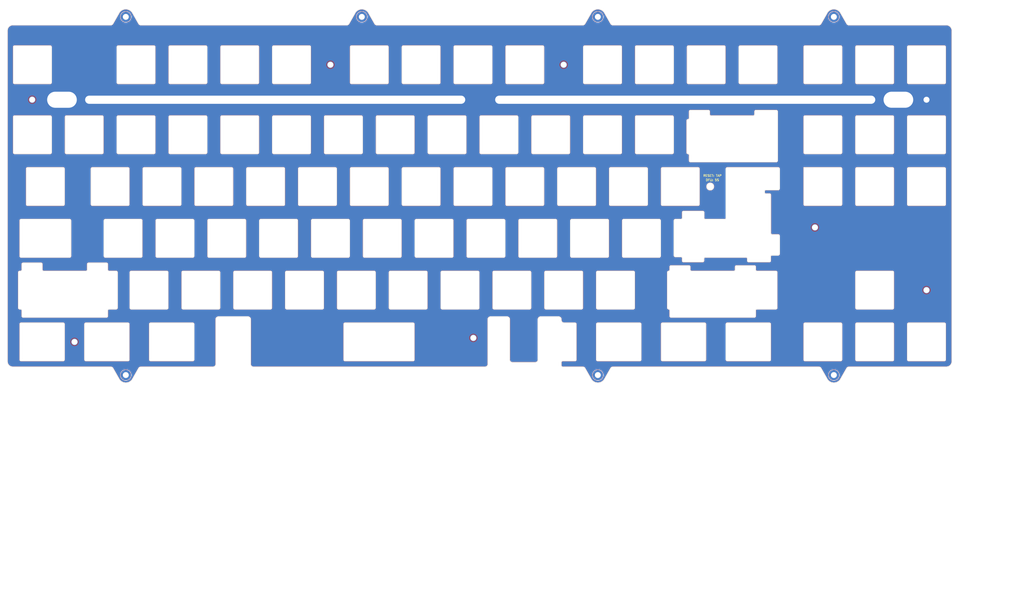
<source format=kicad_pcb>
(kicad_pcb (version 20210824) (generator pcbnew)
  (title_block (title "Mode Eighty universal full plate") (date "2021-09-05") (rev "V1.0") (company "Designed by Gondolindrim") (comment 1 "For Mode Designs"))
  (layers (0 "F.Cu" signal) (31 "B.Cu" signal) (34 "B.Paste" user) (35 "F.Paste" user) (36 "B.SilkS" user "B.Silkscreen") (37 "F.SilkS" user "F.Silkscreen") (38 "B.Mask" user) (39 "F.Mask" user) (44 "Edge.Cuts" user))
  (net 0 "")
  (net 1 "GND")
  (footprint "m65_plates_library:M2_Countersunk" (layer "F.Cu") (at 37.124545 59.2084)
    (fp_text reference "REF**" hide)
    (fp_text value "M2-COUNTERSUNK")
  )
  (footprint "MountingHole:MountingHole_2.2mm_M2_DIN965_Pad_TopBottom" (layer "F.Cu") (at 331.770065 28.74289)
    (fp_text reference "REF**" hide)
    (fp_text value "MountingHole_2.2mm_M2_DIN965_Pad_TopBottom" hide)
  )
  (footprint "MountingHole:MountingHole_2.2mm_M2_DIN965_Pad_TopBottom" (layer "F.Cu") (at 71.536365 28.74289)
    (fp_text reference "REF**" hide)
    (fp_text value "MountingHole_2.2mm_M2_DIN965_Pad_TopBottom" hide)
  )
  (footprint "m65_plates_library:M2_Countersunk" (layer "F.Cu") (at 146.741065 46.3496)
    (fp_text reference "REF**" hide)
    (fp_text value "M2-COUNTERSUNK")
  )
  (footprint "MountingHole:MountingHole_2.2mm_M2_DIN965_Pad" (layer "F.Cu") (at 48.074545 59.2284 90)
    (fp_text reference "REF**" hide)
    (fp_text value "MountingHole_2.2mm_M2_DIN965_Pad" hide)
  )
  (footprint "MountingHole:MountingHole_2.2mm_M2_DIN965_Pad_TopBottom" (layer "F.Cu") (at 245.025065 28.74289)
    (fp_text reference "REF**" hide)
    (fp_text value "MountingHole_2.2mm_M2_DIN965_Pad_TopBottom" hide)
  )
  (footprint "m65_plates_library:M2_Countersunk" (layer "F.Cu") (at 199.271065 146.84)
    (fp_text reference "REF**" hide)
    (fp_text value "M2-COUNTERSUNK")
  )
  (footprint "m65_plates_library:M2_Countersunk" (layer "F.Cu") (at 365.817065 59.2267)
    (fp_text reference "REF**" hide)
    (fp_text value "M2-COUNTERSUNK")
  )
  (footprint "gondolindrim_kicad_logos:gondolindrim_circuit-tree_10.4x12" (layer "F.Cu") (at 188.124545 147.7084)
    (fp_text reference "GR2" hide)
    (fp_text value "Gondo logo" hide)
  )
  (footprint "MountingHole:MountingHole_2.2mm_M2_DIN965_Pad" (layer "F.Cu") (at 126.434815 59.2269 90)
    (fp_text reference "REF**" hide)
    (fp_text value "MountingHole_2.2mm_M2_DIN965_Pad" hide)
  )
  (footprint "MountingHole:MountingHole_2.2mm_M2_DIN965_Pad_TopBottom" (layer "F.Cu") (at 71.536365 160.5)
    (fp_text reference "REF**" hide)
    (fp_text value "MountingHole_2.2mm_M2_DIN965_Pad_TopBottom" hide)
  )
  (footprint "MountingHole:MountingHole_2.2mm_M2_DIN965_Pad_TopBottom" (layer "F.Cu") (at 331.770065 160.5)
    (fp_text reference "REF**" hide)
    (fp_text value "MountingHole_2.2mm_M2_DIN965_Pad_TopBottom" hide)
  )
  (footprint "MountingHole:MountingHole_2.2mm_M2_DIN965_Pad_TopBottom" (layer "F.Cu") (at 245.025065 160.5)
    (fp_text reference "REF**" hide)
    (fp_text value "MountingHole_2.2mm_M2_DIN965_Pad_TopBottom" hide)
  )
  (footprint "m65_plates_library:M2_Countersunk" (layer "F.Cu") (at 232.466065 46.3508)
    (fp_text reference "REF**" hide)
    (fp_text value "M2-COUNTERSUNK")
  )
  (footprint "m65_plates_library:M2_Countersunk" (layer "F.Cu") (at 52.691165 148.302)
    (fp_text reference "REF**" hide)
    (fp_text value "M2-COUNTERSUNK")
  )
  (footprint "MountingHole:MountingHole_2.2mm_M2_DIN965_Pad" (layer "F.Cu") (at 355.485065 59.2269 90)
    (fp_text reference "REF**" hide)
    (fp_text value "MountingHole_2.2mm_M2_DIN965_Pad" hide)
  )
  (footprint "m65_plates_library:M2_Countersunk" (layer "F.Cu") (at 365.817065 129.2513)
    (fp_text reference "REF**" hide)
    (fp_text value "M2-COUNTERSUNK")
  )
  (footprint "m80s_library:eighty_logo_17.6x8mm" (layer "F.Cu") (at 133.124545 147.2084)
    (fp_text reference "GR1" hide)
    (fp_text value "Eighty plated logo" hide)
  )
  (footprint "MountingHole:MountingHole_2.2mm_M2_DIN965_Pad" (layer "F.Cu") (at 277.135065 59.2269 90)
    (fp_text reference "REF**" hide)
    (fp_text value "MountingHole_2.2mm_M2_DIN965_Pad" hide)
  )
  (footprint "MountingHole:MountingHole_2.2mm_M2_DIN965_Pad_TopBottom" (layer "F.Cu") (at 158.281065 28.74289)
    (fp_text reference "REF**" hide)
    (fp_text value "MountingHole_2.2mm_M2_DIN965_Pad_TopBottom" hide)
  )
  (footprint "m65_plates_library:M2_Countersunk" (layer "F.Cu") (at 324.817065 106.1929)
    (fp_text reference "REF**" hide)
    (fp_text value "M2-COUNTERSUNK")
  )
  (gr_line (start 187.078065 84.6523) (end 187.078065 97.6516) (layer "Edge.Cuts") (width 0.1))
  (gr_line (start 320.716065 52.8514) (end 320.716065 39.85239) (layer "Edge.Cuts") (width 0.1))
  (gr_line (start 186.578065 98.1516) (end 173.579065 98.1516) (layer "Edge.Cuts") (width 0.1))
  (gr_arc (start 308.022065 154.801) (end 308.022065 155.301) (angle -90) (layer "Edge.Cuts") (width 0.1))
  (gr_line (start 353.266065 53.3514) (end 340.266065 53.3514) (layer "Edge.Cuts") (width 0.1))
  (gr_line (start 303.509065 122.2524) (end 310.403065 122.2524) (layer "Edge.Cuts") (width 0.1))
  (gr_line (start 311.772065 84.6514) (end 311.772065 91.9014) (layer "Edge.Cuts") (width 0.1))
  (gr_arc (start 181.816065 135.752) (end 181.816065 136.252) (angle -90) (layer "Edge.Cuts") (width 0.1))
  (gr_line (start 201.366065 122.7524) (end 201.366065 135.752) (layer "Edge.Cuts") (width 0.1))
  (gr_arc (start 32.834715 121.7513) (end 32.834715 122.2513) (angle -90) (layer "Edge.Cuts") (width 0.1))
  (gr_line (start 117.403065 140.052) (end 117.403065 156.5) (layer "Edge.Cuts") (width 0.1))
  (gr_arc (start 259.304065 78.6016) (end 258.804065 78.6016) (angle -90) (layer "Edge.Cuts") (width 0.1))
  (gr_arc (start 303.509065 121.7524) (end 303.009065 121.7524) (angle -90) (layer "Edge.Cuts") (width 0.1))
  (gr_arc (start 96.090465 116.7016) (end 96.090465 117.2016) (angle -90) (layer "Edge.Cuts") (width 0.1))
  (gr_line (start 186.578065 53.3514) (end 173.579065 53.3514) (layer "Edge.Cuts") (width 0.1))
  (gr_arc (start 225.966065 135.752) (end 225.466065 135.752) (angle -90) (layer "Edge.Cuts") (width 0.1))
  (gr_line (start 359.316065 39.35239) (end 372.316065 39.35239) (layer "Edge.Cuts") (width 0.1))
  (gr_arc (start 177.053065 78.6016) (end 177.053065 79.1016) (angle -90) (layer "Edge.Cuts") (width 0.1))
  (gr_line (start 192.129065 52.8514) (end 192.129065 39.85239) (layer "Edge.Cuts") (width 0.1))
  (gr_line (start 181.816065 136.252) (end 168.816065 136.252) (layer "Edge.Cuts") (width 0.1))
  (gr_arc (start 67.947865 135.751) (end 67.947865 136.251) (angle -89.99999632) (layer "Edge.Cuts") (width 0.1))
  (gr_arc (start 303.154065 63.6023) (end 303.154065 63.1023) (angle -90) (layer "Edge.Cuts") (width 0.1))
  (gr_line (start 204.609065 156.5) (end 204.609065 140.052) (layer "Edge.Cuts") (width 0.1))
  (gr_line (start 292.641065 84.1514) (end 311.272065 84.1514) (layer "Edge.Cuts") (width 0.1))
  (gr_line (start 260.397065 155.301) (end 245.016065 155.301) (layer "Edge.Cuts") (width 0.1))
  (gr_arc (start 308.022065 118.4014) (end 308.022065 118.9014) (angle -89.99999632) (layer "Edge.Cuts") (width 0.1))
  (gr_line (start 101.352965 39.85239) (end 101.352965 52.8514) (layer "Edge.Cuts") (width 0.1))
  (gr_line (start 56.895965 141.302) (end 72.278365 141.302) (layer "Edge.Cuts") (width 0.1))
  (gr_arc (start 68.803665 39.85239) (end 68.803665 39.35239) (angle -90) (layer "Edge.Cuts") (width 0.1))
  (gr_arc (start 340.266065 141.802) (end 340.266065 141.302) (angle -90) (layer "Edge.Cuts") (width 0.1))
  (gr_arc (start 310.403065 52.8514) (end 310.403065 53.3514) (angle -90) (layer "Edge.Cuts") (width 0.1))
  (gr_line (start 258.804065 78.6016) (end 258.804065 65.6023) (layer "Edge.Cuts") (width 0.1))
  (gr_arc (start 284.559065 102.7014) (end 284.059065 102.7014) (angle -90) (layer "Edge.Cuts") (width 0.1))
  (gr_arc (start 216.441065 116.7016) (end 215.941065 116.7016) (angle -90) (layer "Edge.Cuts") (width 0.1))
  (gr_line (start 76.248565 31.238353) (end 73.866365 27.06189) (layer "Edge.Cuts") (width 0.1))
  (gr_line (start 268.828065 141.302) (end 284.209065 141.302) (layer "Edge.Cuts") (width 0.1))
  (gr_arc (start 245.016065 141.802) (end 245.016065 141.302) (angle -90) (layer "Edge.Cuts") (width 0.1))
  (gr_arc (start 297.404065 52.8514) (end 296.904065 52.8514) (angle -90) (layer "Edge.Cuts") (width 0.1))
  (gr_line (start 177.053065 79.1016) (end 164.054065 79.1016) (layer "Edge.Cuts") (width 0.1))
  (gr_arc (start 310.403065 122.7524) (end 310.903065 122.752399) (angle -89.99999931) (layer "Edge.Cuts") (width 0.1))
  (gr_line (start 130.216065 135.752) (end 130.216065 122.7524) (layer "Edge.Cuts") (width 0.1))
  (gr_arc (start 326.190065 30.74289) (end 326.190065 31.742891) (angle -60.3) (layer "Edge.Cuts") (width 0.1))
  (gr_arc (start 372.316065 52.8514) (end 372.316065 53.3514) (angle -90) (layer "Edge.Cuts") (width 0.1))
  (gr_arc (start 297.404065 39.85239) (end 297.404065 39.35239) (angle -90) (layer "Edge.Cuts") (width 0.1))
  (gr_arc (start 353.266065 135.752) (end 353.266065 136.252) (angle -90) (layer "Edge.Cuts") (width 0.1))
  (gr_arc (start 260.397065 141.802) (end 260.897065 141.802) (angle -90) (layer "Edge.Cuts") (width 0.1))
  (gr_arc (start 236.584065 141.802) (end 237.084065 141.802) (angle -90) (layer "Edge.Cuts") (width 0.1))
  (gr_arc (start 50.846865 116.7013) (end 50.846865 117.2013) (angle -90) (layer "Edge.Cuts") (width 0.1))
  (gr_line (start 82.302965 65.6023) (end 82.302965 78.6016) (layer "Edge.Cuts") (width 0.1))
  (gr_line (start 34.966075 97.6516) (end 34.966075 84.6523) (layer "Edge.Cuts") (width 0.1))
  (gr_line (start 64.384365 139.253) (end 33.834715 139.253) (layer "Edge.Cuts") (width 0.1))
  (gr_line (start 65.955565 157.5) (end 29.999995 157.5) (layer "Edge.Cuts") (width 0.1))
  (gr_arc (start 140.241065 116.7016) (end 139.741065 116.7016) (angle -90) (layer "Edge.Cuts") (width 0.1))
  (gr_line (start 260.897065 141.802) (end 260.897065 154.801) (layer "Edge.Cuts") (width 0.1))
  (gr_line (start 51.346865 103.7023) (end 51.346865 116.7013) (layer "Edge.Cuts") (width 0.1))
  (gr_line (start 172.291065 117.2016) (end 159.291065 117.2016) (layer "Edge.Cuts") (width 0.1))
  (gr_arc (start 33.084825 141.802) (end 33.084825 141.302) (angle -90) (layer "Edge.Cuts") (width 0.1))
  (gr_line (start 339.766065 135.752) (end 339.766065 122.7524) (layer "Edge.Cuts") (width 0.1))
  (gr_arc (start 334.216065 78.6016) (end 334.216065 79.1016) (angle -90) (layer "Edge.Cuts") (width 0.1))
  (gr_arc (start 359.316065 52.8514) (end 358.816065 52.8514) (angle -90) (layer "Edge.Cuts") (width 0.1))
  (gr_line (start 238.966065 136.252) (end 225.966065 136.252) (layer "Edge.Cuts") (width 0.1))
  (gr_line (start 215.153065 79.1016) (end 202.154065 79.1016) (layer "Edge.Cuts") (width 0.1))
  (gr_arc (start 275.559065 102.7014) (end 275.559065 103.2014) (angle -89.99999632) (layer "Edge.Cuts") (width 0.1))
  (gr_arc (start 30.703565 52.8514) (end 30.203565 52.8514) (angle -90) (layer "Edge.Cuts") (width 0.1))
  (gr_arc (start 234.203065 78.6016) (end 234.203065 79.1016) (angle -90) (layer "Edge.Cuts") (width 0.1))
  (gr_arc (start 77.117165 30.74289) (end 76.248533 31.238349) (angle -60.3) (layer "Edge.Cuts") (width 0.1))
  (gr_line (start 134.191065 117.2016) (end 121.191165 117.2016) (layer "Edge.Cuts") (width 0.1))
  (gr_arc (start 268.828065 154.801) (end 268.328065 154.801) (angle -90) (layer "Edge.Cuts") (width 0.1))
  (gr_arc (start 254.541065 116.7016) (end 254.041065 116.7016) (angle -90) (layer "Edge.Cuts") (width 0.1))
  (gr_arc (start 302.154065 64.6023) (end 302.154065 65.1023) (angle -90) (layer "Edge.Cuts") (width 0.1))
  (gr_arc (start 240.254065 65.6023) (end 240.254065 65.1023) (angle -90) (layer "Edge.Cuts") (width 0.1))
  (gr_line (start 271.460065 121.7637) (end 271.460065 120.7524) (layer "Edge.Cuts") (width 0.1))
  (gr_line (start 125.165465 122.7524) (end 125.165465 135.752) (layer "Edge.Cuts") (width 0.1))
  (gr_line (start 321.216065 65.1023) (end 334.216065 65.1023) (layer "Edge.Cuts") (width 0.1))
  (gr_line (start 353.766065 122.7524) (end 353.766065 135.752) (layer "Edge.Cuts") (width 0.1))
  (gr_arc (start 59.278665 84.6523) (end 59.278665 84.1523) (angle -90) (layer "Edge.Cuts") (width 0.1))
  (gr_line (start 149.766065 122.2524) (end 162.766065 122.2524) (layer "Edge.Cuts") (width 0.1))
  (gr_arc (start 192.629065 97.6516) (end 192.129065 97.6516) (angle -90) (layer "Edge.Cuts") (width 0.1))
  (gr_line (start 336.483065 31.238353) (end 334.100065 27.06189) (layer "Edge.Cuts") (width 0.1))
  (gr_arc (start 43.703165 78.6016) (end 43.703165 79.1016) (angle -90) (layer "Edge.Cuts") (width 0.1))
  (gr_line (start 282.328065 84.6523) (end 282.328065 97.6516) (layer "Edge.Cuts") (width 0.1))
  (gr_arc (start 65.384365 121.7513) (end 64.884365 121.7513) (angle -90) (layer "Edge.Cuts") (width 0.1))
  (gr_arc (start 321.216065 65.6023) (end 321.216065 65.1023) (angle -90) (layer "Edge.Cuts") (width 0.1))
  (gr_arc (start 197.391065 116.7016) (end 196.891065 116.7016) (angle -90) (layer "Edge.Cuts") (width 0.1))
  (gr_line (start 191.341065 117.2016) (end 178.341065 117.2016) (layer "Edge.Cuts") (width 0.1))
  (gr_arc (start 154.529065 97.6516) (end 154.029065 97.6516) (angle -90) (layer "Edge.Cuts") (width 0.1))
  (gr_arc (start 152.700065 30.74289) (end 152.700065 31.742891) (angle -60.3) (layer "Edge.Cuts") (width 0.1))
  (gr_line (start 277.703065 78.6065) (end 277.703065 66.9744) (layer "Edge.Cuts") (width 0.1))
  (gr_line (start 249.779065 84.1523) (end 262.778065 84.1523) (layer "Edge.Cuts") (width 0.1))
  (gr_arc (start 186.578065 39.85239) (end 187.078065 39.85239) (angle -90) (layer "Edge.Cuts") (width 0.1))
  (gr_line (start 215.941065 116.7016) (end 215.941065 103.7023) (layer "Edge.Cuts") (width 0.1))
  (gr_line (start 153.241065 117.2016) (end 140.241065 117.2016) (layer "Edge.Cuts") (width 0.1))
  (gr_line (start 231.584065 140.052) (end 231.584065 140.302) (layer "Edge.Cuts") (width 0.1))
  (gr_line (start 311.772065 109.3144) (end 311.772065 115.9144) (layer "Edge.Cuts") (width 0.1))
  (gr_arc (start 321.216065 154.802) (end 320.716065 154.802) (angle -90) (layer "Edge.Cuts") (width 0.1))
  (gr_line (start 243.728065 98.1516) (end 230.729065 98.1516) (layer "Edge.Cuts") (width 0.1))
  (gr_arc (start 372.316065 154.802) (end 372.316065 155.302) (angle -90) (layer "Edge.Cuts") (width 0.1))
  (gr_line (start 106.903665 65.1023) (end 119.902965 65.1023) (layer "Edge.Cuts") (width 0.1))
  (gr_line (start 353.766065 65.6023) (end 353.766065 78.6016) (layer "Edge.Cuts") (width 0.1))
  (gr_arc (start 278.203065 78.6065) (end 277.703065 78.6065) (angle -84.294) (layer "Edge.Cuts") (width 0.1))
  (gr_arc (start 134.191065 116.7016) (end 134.191065 117.2016) (angle -90) (layer "Edge.Cuts") (width 0.1))
  (gr_line (start 162.766065 136.252) (end 149.766065 136.252) (layer "Edge.Cuts") (width 0.1))
  (gr_arc (start 135.479065 97.6516) (end 134.979065 97.6516) (angle -90) (layer "Edge.Cuts") (width 0.1))
  (gr_line (start 30.203565 52.8514) (end 30.203565 39.85239) (layer "Edge.Cuts") (width 0.1))
  (gr_arc (start 291.641065 102.7014) (end 291.641065 103.2014) (angle -89.99999633) (layer "Edge.Cuts") (width 0.1))
  (gr_arc (start 239.445065 30.74289) (end 239.445065 31.742891) (angle -60.3) (layer "Edge.Cuts") (width 0.1))
  (gr_line (start 177.553065 141.802) (end 177.553065 154.802) (layer "Edge.Cuts") (width 0.1))
  (gr_line (start 310.903065 122.7524) (end 310.903065 135.752) (layer "Edge.Cuts") (width 0.1))
  (gr_arc (start 281.828065 97.6516) (end 281.828065 98.1516) (angle -90) (layer "Edge.Cuts") (width 0.1))
  (gr_line (start 91.827965 84.6523) (end 91.827965 97.6516) (layer "Edge.Cuts") (width 0.1))
  (gr_arc (start 192.629065 52.8514) (end 192.129065 52.8514) (angle -90) (layer "Edge.Cuts") (width 0.1))
  (gr_line (start 138.953065 79.1016) (end 125.952265 79.1016) (layer "Edge.Cuts") (width 0.1))
  (gr_arc (start 64.384365 138.753) (end 64.384365 139.253) (angle -90) (layer "Edge.Cuts") (width 0.1))
  (gr_line (start 64.384365 119.2524) (end 57.884865 119.2524) (layer "Edge.Cuts") (width 0.1))
  (gr_line (start 40.334365 119.2524) (end 33.834715 119.2524) (layer "Edge.Cuts") (width 0.1))
  (gr_line (start 211.179065 52.8514) (end 211.179065 39.85239) (layer "Edge.Cuts") (width 0.1))
  (gr_arc (start 321.216065 78.6016) (end 320.716065 78.6016) (angle -90) (layer "Edge.Cuts") (width 0.1))
  (gr_arc (start 167.528065 39.85239) (end 168.028065 39.85239) (angle -90) (layer "Edge.Cuts") (width 0.1))
  (gr_arc (start 86.565465 122.7524) (end 87.065465 122.7524) (angle -90) (layer "Edge.Cuts") (width 0.1))
  (gr_line (start 276.059065 102.7014) (end 276.059065 100.7214) (layer "Edge.Cuts") (width 0.1))
  (gr_arc (start 59.278665 97.6516) (end 58.778665 97.6516) (angle -90) (layer "Edge.Cuts") (width 0.1))
  (gr_arc (start 125.952265 39.85239) (end 125.952265 39.35239) (angle -90) (layer "Edge.Cuts") (width 0.1))
  (gr_arc (start 138.953065 39.85239) (end 139.453065 39.85239) (angle -90) (layer "Edge.Cuts") (width 0.1))
  (gr_line (start 115.140465 117.2016) (end 102.141165 117.2016) (layer "Edge.Cuts") (width 0.1))
  (gr_arc (start 100.852965 52.8514) (end 100.852965 53.3514) (angle -90) (layer "Edge.Cuts") (width 0.1))
  (gr_arc (start 337.351065 158.5) (end 337.351065 157.5) (angle -60.3) (layer "Edge.Cuts") (width 0.1))
  (gr_arc (start 278.460065 120.7524) (end 278.960065 120.7524) (angle -90) (layer "Edge.Cuts") (width 0.1))
  (gr_line (start 30.203565 78.6016) (end 30.203565 65.6023) (layer "Edge.Cuts") (width 0.1))
  (gr_arc (start 138.953065 65.6023) (end 139.453065 65.6023) (angle -90) (layer "Edge.Cuts") (width 0.1))
  (gr_arc (start 83.091165 103.7023) (end 83.091165 103.2023) (angle -90) (layer "Edge.Cuts") (width 0.1))
  (gr_line (start 306.272065 92.9014) (end 306.272065 93.3014) (layer "Edge.Cuts") (width 0.1))
  (gr_circle (center 286.328064 91.1518) (end 287.628064 91.1518) (layer "Edge.Cuts") (width 0.1) (fill none))
  (gr_arc (start 271.110065 135.752) (end 270.610065 135.752) (angle -81.3921) (layer "Edge.Cuts") (width 0.1))
  (gr_arc (start 72.278365 154.801) (end 72.278365 155.301) (angle -90) (layer "Edge.Cuts") (width 0.1))
  (gr_arc (start 308.022065 141.802) (end 308.522065 141.802) (angle -90) (layer "Edge.Cuts") (width 0.1))
  (gr_line (start 372.816065 39.85239) (end 372.816065 52.8514) (layer "Edge.Cuts") (width 0.1))
  (gr_line (start 372.316065 79.1016) (end 359.316065 79.1016) (layer "Edge.Cuts") (width 0.1))
  (gr_arc (start 243.728065 84.6523) (end 244.228065 84.6523) (angle -90) (layer "Edge.Cuts") (width 0.1))
  (gr_line (start 334.216065 155.302) (end 321.216065 155.302) (layer "Edge.Cuts") (width 0.1))
  (gr_line (start 205.609065 139.052) (end 211.609065 139.052) (layer "Edge.Cuts") (width 0.1))
  (gr_line (start 311.053065 63.6023) (end 311.053065 81.6026) (layer "Edge.Cuts") (width 0.1))
  (gr_line (start 124.665465 136.252) (end 111.666165 136.252) (layer "Edge.Cuts") (width 0.1))
  (gr_line (start 119.902965 53.3514) (end 106.903665 53.3514) (layer "Edge.Cuts") (width 0.1))
  (gr_arc (start 232.584065 140.302) (end 231.584065 140.302) (angle -90) (layer "Edge.Cuts") (width 0.1))
  (gr_arc (start 35.466075 97.6516) (end 34.966075 97.6516) (angle -90) (layer "Edge.Cuts") (width 0.1))
  (gr_arc (start 49.753665 65.6023) (end 49.753665 65.1023) (angle -90) (layer "Edge.Cuts") (width 0.1))
  (gr_arc (start 56.895965 154.801) (end 56.395965 154.801) (angle -90) (layer "Edge.Cuts") (width 0.1))
  (gr_line (start 334.216065 53.3514) (end 321.216065 53.3514) (layer "Edge.Cuts") (width 0.1))
  (gr_arc (start 154.529065 52.8514) (end 154.029065 52.8514) (angle -90) (layer "Edge.Cuts") (width 0.1))
  (gr_arc (start 68.803665 65.6023) (end 68.803665 65.1023) (angle -90) (layer "Edge.Cuts") (width 0.1))
  (gr_line (start 299.997065 118.4014) (end 299.997065 117.7014) (layer "Edge.Cuts") (width 0.1))
  (gr_line (start 177.553065 65.6023) (end 177.553065 78.6016) (layer "Edge.Cuts") (width 0.1))
  (gr_line (start 148.478065 98.1516) (end 135.479065 98.1516) (layer "Edge.Cuts") (width 0.1))
  (gr_arc (start 278.354065 39.85239) (end 278.354065 39.35239) (angle -90) (layer "Edge.Cuts") (width 0.1))
  (gr_line (start 96.590865 141.802) (end 96.590865 154.801) (layer "Edge.Cuts") (width 0.1))
  (gr_arc (start 334.216065 141.802) (end 334.716065 141.802) (angle -90) (layer "Edge.Cuts") (width 0.1))
  (gr_line (start 353.266065 136.252) (end 340.266065 136.252) (layer "Edge.Cuts") (width 0.1))
  (gr_arc (start 143.716065 122.7524) (end 144.216065 122.7524) (angle -90) (layer "Edge.Cuts") (width 0.1))
  (gr_line (start 268.829065 84.1523) (end 281.828065 84.1523) (layer "Edge.Cuts") (width 0.1))
  (gr_arc (start 81.802965 78.6016) (end 81.802965 79.1016) (angle -90) (layer "Edge.Cuts") (width 0.1))
  (gr_arc (start 353.266065 78.6016) (end 353.266065 79.1016) (angle -90) (layer "Edge.Cuts") (width 0.1))
  (gr_arc (start 268.829065 97.6516) (end 268.329065 97.6516) (angle -90) (layer "Edge.Cuts") (width 0.1))
  (gr_arc (start 238.966065 135.752) (end 238.966065 136.252) (angle -90) (layer "Edge.Cuts") (width 0.1))
  (gr_line (start 276.559065 100.2214) (end 283.559065 100.2214) (layer "Edge.Cuts") (width 0.1))
  (gr_line (start 92.616165 122.2524) (end 105.615465 122.2524) (layer "Edge.Cuts") (width 0.1))
  (gr_line (start 106.115465 122.7524) (end 106.115465 135.752) (layer "Edge.Cuts") (width 0.1))
  (gr_arc (start 173.579065 52.8514) (end 173.079065 52.8514) (angle -90) (layer "Edge.Cuts") (width 0.1))
  (gr_line (start 154.029065 52.8514) (end 154.029065 39.85239) (layer "Edge.Cuts") (width 0.1))
  (gr_arc (start 283.559065 100.7214) (end 284.059064 100.7214) (angle -90.00000368) (layer "Edge.Cuts") (width 0.1))
  (gr_line (start 231.584065 155.802) (end 231.584065 157) (layer "Edge.Cuts") (width 0.1))
  (gr_arc (start 91.327965 97.6516) (end 91.327965 98.1516) (angle -90) (layer "Edge.Cuts") (width 0.1))
  (gr_arc (start 221.204065 78.6016) (end 220.704065 78.6016) (angle -90) (layer "Edge.Cuts") (width 0.1))
  (gr_arc (start 119.902965 78.6016) (end 119.902965 79.1016) (angle -90) (layer "Edge.Cuts") (width 0.1))
  (gr_arc (start 302.509065 120.7524) (end 303.009065 120.7524) (angle -90) (layer "Edge.Cuts") (width 0.1))
  (gr_line (start 97.378665 84.1523) (end 110.377965 84.1523) (layer "Edge.Cuts") (width 0.1))
  (gr_arc (start 311.272065 91.9014) (end 311.272065 92.4014) (angle -89.99999632) (layer "Edge.Cuts") (width 0.1))
  (gr_line (start 311.272065 92.4014) (end 306.772065 92.4014) (layer "Edge.Cuts") (width 0.1))
  (gr_line (start 120.402965 65.6023) (end 120.402965 78.6016) (layer "Edge.Cuts") (width 0.1))
  (gr_arc (start 310.403065 39.85239) (end 310.903065 39.85239) (angle -90) (layer "Edge.Cuts") (width 0.1))
  (gr_arc (start 29.999995 155.5) (end 27.999994 155.5) (angle -90) (layer "Edge.Cuts") (width 0.1))
  (gr_arc (start 30.703565 65.6023) (end 30.703565 65.1023) (angle -90) (layer "Edge.Cuts") (width 0.1))
  (gr_arc (start 154.529065 39.85239) (end 154.529065 39.35239) (angle -90) (layer "Edge.Cuts") (width 0.1))
  (gr_line (start 268.329065 97.6516) (end 268.329065 84.6523) (layer "Edge.Cuts") (width 0.1))
  (gr_line (start 116.428665 84.1523) (end 129.428065 84.1523) (layer "Edge.Cuts") (width 0.1))
  (gr_line (start 33.084585 103.2023) (end 50.846865 103.2023) (layer "Edge.Cuts") (width 0.1))
  (gr_arc (start 359.316065 65.6023) (end 359.316065 65.1023) (angle -90) (layer "Edge.Cuts") (width 0.1))
  (gr_arc (start 71.536365 160.5) (end 69.206361 162.181007) (angle -108.3821) (layer "Edge.Cuts") (width 0.1))
  (gr_line (start 244.516065 135.752) (end 244.516065 122.7524) (layer "Edge.Cuts") (width 0.1))
  (gr_arc (start 340.266065 135.752) (end 339.766065 135.752) (angle -90) (layer "Edge.Cuts") (width 0.1))
  (gr_arc (start 334.216065 65.6023) (end 334.716065 65.6023) (angle -90) (layer "Edge.Cuts") (width 0.1))
  (gr_arc (start 235.491065 116.7016) (end 234.991065 116.7016) (angle -90) (layer "Edge.Cuts") (width 0.1))
  (gr_arc (start 245.016065 122.7524) (end 245.016065 122.2524) (angle -90) (layer "Edge.Cuts") (width 0.1))
  (gr_line (start 248.491065 117.2016) (end 235.491065 117.2016) (layer "Edge.Cuts") (width 0.1))
  (gr_arc (start 32.571825 135.751) (end 32.071825 135.751) (angle -90) (layer "Edge.Cuts") (width 0.1))
  (gr_line (start 334.216065 79.1016) (end 321.216065 79.1016) (layer "Edge.Cuts") (width 0.1))
  (gr_line (start 205.628065 53.3514) (end 192.629065 53.3514) (layer "Edge.Cuts") (width 0.1))
  (gr_arc (start 292.641065 141.802) (end 292.641065 141.302) (angle -90) (layer "Edge.Cuts") (width 0.1))
  (gr_arc (start 192.629065 84.6523) (end 192.629065 84.1523) (angle -90) (layer "Edge.Cuts") (width 0.1))
  (gr_line (start 135.479065 84.1523) (end 148.478065 84.1523) (layer "Edge.Cuts") (width 0.1))
  (gr_arc (start 259.304065 39.85239) (end 259.304065 39.35239) (angle -90) (layer "Edge.Cuts") (width 0.1))
  (gr_arc (start 248.491065 116.7016) (end 248.491065 117.2016) (angle -90) (layer "Edge.Cuts") (width 0.1))
  (gr_arc (start 206.916065 135.752) (end 206.416065 135.752) (angle -90) (layer "Edge.Cuts") (width 0.1))
  (gr_line (start 263.278065 84.6523) (end 263.278065 97.6516) (layer "Edge.Cuts") (width 0.1))
  (gr_line (start 253.253065 53.3514) (end 240.254065 53.3514) (layer "Edge.Cuts") (width 0.1))
  (gr_line (start 49.253665 78.6016) (end 49.253665 65.6023) (layer "Edge.Cuts") (width 0.1))
  (gr_arc (start 258.016065 122.7524) (end 258.516065 122.7524) (angle -90) (layer "Edge.Cuts") (width 0.1))
  (gr_line (start 66.824165 158.004) (end 69.206365 162.181) (layer "Edge.Cuts") (width 0.1))
  (gr_arc (start 106.903665 39.85239) (end 106.903665 39.35239) (angle -90) (layer "Edge.Cuts") (width 0.1))
  (gr_line (start 291.853065 39.85239) (end 291.853065 52.8514) (layer "Edge.Cuts") (width 0.1))
  (gr_line (start 334.716065 84.6523) (end 334.716065 97.6516) (layer "Edge.Cuts") (width 0.1))
  (gr_arc (start 164.054065 78.6016) (end 163.554065 78.6016) (angle -90) (layer "Edge.Cuts") (width 0.1))
  (gr_arc (start 291.353065 52.8514) (end 291.353065 53.3514) (angle -90) (layer "Edge.Cuts") (width 0.1))
  (gr_line (start 308.572065 94.3014) (end 308.572065 108.3144) (layer "Edge.Cuts") (width 0.1))
  (gr_line (start 286.103065 63.6023) (end 286.103065 64.6023) (layer "Edge.Cuts") (width 0.1))
  (gr_arc (start 221.204065 65.6023) (end 221.204065 65.1023) (angle -90) (layer "Edge.Cuts") (width 0.1))
  (gr_line (start 101.641165 116.7016) (end 101.641165 103.7023) (layer "Edge.Cuts") (width 0.1))
  (gr_line (start 353.766065 39.85239) (end 353.766065 52.8514) (layer "Edge.Cuts") (width 0.1))
  (gr_line (start 284.059065 100.7214) (end 284.059065 102.7014) (layer "Edge.Cuts") (width 0.1))
  (gr_line (start 239.466065 122.7524) (end 239.466065 135.752) (layer "Edge.Cuts") (width 0.1))
  (gr_arc (start 321.216065 39.85239) (end 321.216065 39.35239) (angle -90) (layer "Edge.Cuts") (width 0.1))
  (gr_arc (start 110.377965 84.6523) (end 110.877965 84.6523) (angle -90) (layer "Edge.Cuts") (width 0.1))
  (gr_line (start 202.154065 65.1023) (end 215.153065 65.1023) (layer "Edge.Cuts") (width 0.1))
  (gr_line (start 225.178065 84.6523) (end 225.178065 97.6516) (layer "Edge.Cuts") (width 0.1))
  (gr_arc (start 145.002065 78.6016) (end 144.502065 78.6016) (angle -90) (layer "Edge.Cuts") (width 0.1))
  (gr_line (start 68.303665 78.6016) (end 68.303665 65.6023) (layer "Edge.Cuts") (width 0.1))
  (gr_line (start 154.529065 84.1523) (end 167.528065 84.1523) (layer "Edge.Cuts") (width 0.1))
  (gr_line (start 222.035065 155.85) (end 213.609065 155.85) (layer "Edge.Cuts") (width 0.1))
  (gr_arc (start 215.153065 65.6023) (end 215.653065 65.6023) (angle -90) (layer "Edge.Cuts") (width 0.1))
  (gr_arc (start 197.391065 103.7023) (end 197.391065 103.2023) (angle -90) (layer "Edge.Cuts") (width 0.1))
  (gr_line (start 64.884365 138.753) (end 64.884365 136.751) (layer "Edge.Cuts") (width 0.1))
  (gr_arc (start 62.752965 65.6023) (end 63.252965 65.6023) (angle -90) (layer "Edge.Cuts") (width 0.1))
  (gr_line (start 139.741065 116.7016) (end 139.741065 103.7023) (layer "Edge.Cuts") (width 0.1))
  (gr_arc (start 87.853665 78.6016) (end 87.353665 78.6016) (angle -90) (layer "Edge.Cuts") (width 0.1))
  (gr_line (start 163.554065 78.6016) (end 163.554065 65.6023) (layer "Edge.Cuts") (width 0.1))
  (gr_arc (start 311.272065 115.9144) (end 311.272065 116.4144) (angle -89.99999632) (layer "Edge.Cuts") (width 0.1))
  (gr_arc (start 373.143065 33.74289) (end 375.143065 33.74289) (angle -90) (layer "Edge.Cuts") (width 0.1))
  (gr_arc (start 272.303065 52.8514) (end 272.303065 53.3514) (angle -90) (layer "Edge.Cuts") (width 0.1))
  (gr_arc (start 310.553065 63.6023) (end 311.053065 63.6023) (angle -90) (layer "Edge.Cuts") (width 0.1))
  (gr_arc (start 222.035065 154.85) (end 222.035065 155.85) (angle -90.00000069) (layer "Edge.Cuts") (width 0.1))
  (gr_arc (start 245.025065 160.5) (end 242.695061 162.181007) (angle -108.3821) (layer "Edge.Cuts") (width 0.1))
  (gr_arc (start 134.191065 103.7023) (end 134.691065 103.7023) (angle -90) (layer "Edge.Cuts") (width 0.1))
  (gr_line (start 177.841065 116.7016) (end 177.841065 103.7023) (layer "Edge.Cuts") (width 0.1))
  (gr_arc (start 210.391065 116.7016) (end 210.391065 117.2016) (angle -90) (layer "Edge.Cuts") (width 0.1))
  (gr_arc (start 250.606065 30.74289) (end 249.737433 31.238349) (angle -60.3) (layer "Edge.Cuts") (width 0.1))
  (gr_line (start 286.603065 65.1023) (end 302.154065 65.1023) (layer "Edge.Cuts") (width 0.1))
  (gr_line (start 340.266065 122.2524) (end 353.266065 122.2524) (layer "Edge.Cuts") (width 0.1))
  (gr_arc (start 83.091165 116.7016) (end 82.591165 116.7016) (angle -90) (layer "Edge.Cuts") (width 0.1))
  (gr_line (start 115.640465 103.7023) (end 115.640465 116.7016) (layer "Edge.Cuts") (width 0.1))
  (gr_line (start 32.071825 135.751) (end 32.071825 122.7513) (layer "Edge.Cuts") (width 0.1))
  (gr_line (start 297.404065 39.35239) (end 310.403065 39.35239) (layer "Edge.Cuts") (width 0.1))
  (gr_arc (start 67.947865 122.7513) (end 68.447865 122.7513) (angle -90.00000368) (layer "Edge.Cuts") (width 0.1))
  (gr_line (start 229.441065 117.2016) (end 216.441065 117.2016) (layer "Edge.Cuts") (width 0.1))
  (gr_arc (start 309.022065 116.9144) (end 309.022065 116.4144) (angle -90) (layer "Edge.Cuts") (width 0.1))
  (gr_arc (start 353.266065 84.6523) (end 353.766065 84.6523) (angle -90) (layer "Edge.Cuts") (width 0.1))
  (gr_line (start 152.146065 141.302) (end 177.053065 141.302) (layer "Edge.Cuts") (width 0.1))
  (gr_arc (start 249.779065 97.6516) (end 249.279065 97.6516) (angle -90) (layer "Edge.Cuts") (width 0.1))
  (gr_arc (start 125.952265 65.6023) (end 125.952265 65.1023) (angle -90) (layer "Edge.Cuts") (width 0.1))
  (gr_arc (start 260.397065 154.801) (end 260.397065 155.301) (angle -90) (layer "Edge.Cuts") (width 0.1))
  (gr_arc (start 173.579065 84.6523) (end 173.579065 84.1523) (angle -90) (layer "Edge.Cuts") (width 0.1))
  (gr_arc (start 359.316065 39.85239) (end 359.316065 39.35239) (angle -90) (layer "Edge.Cuts") (width 0.1))
  (gr_line (start 115.928665 97.6516) (end 115.928665 84.6523) (layer "Edge.Cuts") (width 0.1))
  (gr_arc (start 106.903665 65.6023) (end 106.903665 65.1023) (angle -90) (layer "Edge.Cuts") (width 0.1))
  (gr_arc (start 219.916065 135.752) (end 219.916065 136.252) (angle -90) (layer "Edge.Cuts") (width 0.1))
  (gr_line (start 167.528065 98.1516) (end 154.529065 98.1516) (layer "Edge.Cuts") (width 0.1))
  (gr_arc (start 30.703565 39.85239) (end 30.703565 39.35239) (angle -90) (layer "Edge.Cuts") (width 0.1))
  (gr_arc (start 321.216065 141.802) (end 321.216065 141.302) (angle -90) (layer "Edge.Cuts") (width 0.1))
  (gr_arc (start 102.141165 103.7023) (end 102.141165 103.2023) (angle -90) (layer "Edge.Cuts") (width 0.1))
  (gr_arc (start 119.902965 52.8514) (end 119.902965 53.3514) (angle -90) (layer "Edge.Cuts") (width 0.1))
  (gr_line (start 372.816065 141.802) (end 372.816065 154.802) (layer "Edge.Cuts") (width 0.1))
  (gr_arc (start 272.303065 39.85239) (end 272.803065 39.85239) (angle -90) (layer "Edge.Cuts") (width 0.1))
  (gr_arc (start 96.090865 154.801) (end 96.090865 155.301) (angle -90) (layer "Edge.Cuts") (width 0.1))
  (gr_arc (start 167.528065 97.6516) (end 167.528065 98.1516) (angle -90) (layer "Edge.Cuts") (width 0.1))
  (gr_arc (start 92.616165 135.752) (end 92.116165 135.752) (angle -90) (layer "Edge.Cuts") (width 0.1))
  (gr_arc (start 149.766065 135.752) (end 149.266065 135.752) (angle -90) (layer "Edge.Cuts") (width 0.1))
  (gr_arc (start 281.828065 84.6523) (end 282.328065 84.6523) (angle -90) (layer "Edge.Cuts") (width 0.1))
  (gr_arc (start 116.403065 140.052) (end 117.403065 140.052) (angle -90) (layer "Edge.Cuts") (width 0.1))
  (gr_arc (start 135.479065 84.6523) (end 135.479065 84.1523) (angle -90) (layer "Edge.Cuts") (width 0.1))
  (gr_line (start 303.009065 120.7524) (end 303.009065 121.7524) (layer "Edge.Cuts") (width 0.1))
  (gr_line (start 76.248565 158.004) (end 73.866365 162.181) (layer "Edge.Cuts") (width 0.1))
  (gr_line (start 353.766065 84.6523) (end 353.766065 97.6516) (layer "Edge.Cuts") (width 0.1))
  (gr_arc (start 245.016065 154.801) (end 244.516065 154.801) (angle -90) (layer "Edge.Cuts") (width 0.1))
  (gr_line (start 340.266065 84.1523) (end 353.266065 84.1523) (layer "Edge.Cuts") (width 0.1))
  (gr_arc (start 78.328665 84.6523) (end 78.328665 84.1523) (angle -90) (layer "Edge.Cuts") (width 0.1))
  (gr_line (start 277.854065 52.8514) (end 277.854065 39.85239) (layer "Edge.Cuts") (width 0.1))
  (gr_line (start 125.952265 65.1023) (end 138.953065 65.1023) (layer "Edge.Cuts") (width 0.1))
  (gr_line (start 139.453065 65.6023) (end 139.453065 78.6016) (layer "Edge.Cuts") (width 0.1))
  (gr_line (start 148.978065 84.6523) (end 148.978065 97.6516) (layer "Edge.Cuts") (width 0.1))
  (gr_arc (start 110.377965 97.6516) (end 110.377965 98.1516) (angle -90) (layer "Edge.Cuts") (width 0.1))
  (gr_line (start 216.441065 103.2023) (end 229.441065 103.2023) (layer "Edge.Cuts") (width 0.1))
  (gr_arc (start 353.266065 65.6023) (end 353.766065 65.6023) (angle -90) (layer "Edge.Cuts") (width 0.1))
  (gr_line (start 339.766065 52.8514) (end 339.766065 39.85239) (layer "Edge.Cuts") (width 0.1))
  (gr_line (start 106.403665 78.6016) (end 106.403665 65.6023) (layer "Edge.Cuts") (width 0.1))
  (gr_arc (start 299.497065 117.7014) (end 299.997065 117.7014) (angle -90.00000368) (layer "Edge.Cuts") (width 0.1))
  (gr_arc (start 359.316065 154.802) (end 358.816065 154.802) (angle -90) (layer "Edge.Cuts") (width 0.1))
  (gr_line (start 87.853665 39.35239) (end 100.852965 39.35239) (layer "Edge.Cuts") (width 0.1))
  (gr_arc (start 159.291065 116.7016) (end 158.791065 116.7016) (angle -90) (layer "Edge.Cuts") (width 0.1))
  (gr_arc (start 373.143065 155.5) (end 373.143065 157.5) (angle -90) (layer "Edge.Cuts") (width 0.1))
  (gr_line (start 86.565465 136.252) (end 73.566165 136.252) (layer "Edge.Cuts") (width 0.1))
  (gr_arc (start 340.266065 84.6523) (end 340.266065 84.1523) (angle -90) (layer "Edge.Cuts") (width 0.1))
  (gr_arc (start 205.628065 84.6523) (end 206.128065 84.6523) (angle -90) (layer "Edge.Cuts") (width 0.1))
  (gr_arc (start 96.090465 103.7023) (end 96.590465 103.7023) (angle -90) (layer "Edge.Cuts") (width 0.1))
  (gr_arc (start 372.316065 97.6516) (end 372.316065 98.1516) (angle -90) (layer "Edge.Cuts") (width 0.1))
  (gr_line (start 48.965665 84.6523) (end 48.965665 97.6516) (layer "Edge.Cuts") (width 0.1))
  (gr_arc (start 239.445065 158.5) (end 240.313696 158.004541) (angle -60.3) (layer "Edge.Cuts") (width 0.1))
  (gr_arc (start 119.902965 65.6023) (end 120.402965 65.6023) (angle -90) (layer "Edge.Cuts") (width 0.1))
  (gr_arc (start 215.153065 78.6016) (end 215.153065 79.1016) (angle -90) (layer "Edge.Cuts") (width 0.1))
  (gr_arc (start 262.778065 97.6516) (end 262.778065 98.1516) (angle -90) (layer "Edge.Cuts") (width 0.1))
  (gr_arc (start 340.266065 122.7524) (end 340.266065 122.2524) (angle -90) (layer "Edge.Cuts") (width 0.1))
  (gr_arc (start 77.117165 158.5) (end 77.117165 157.5) (angle -60.3) (layer "Edge.Cuts") (width 0.1))
  (gr_line (start 125.452265 52.8514) (end 125.452265 39.85239) (layer "Edge.Cuts") (width 0.1))
  (gr_line (start 249.279065 97.6516) (end 249.279065 84.6523) (layer "Edge.Cuts") (width 0.1))
  (gr_line (start 33.334715 121.7513) (end 33.334715 119.7524) (layer "Edge.Cuts") (width 0.1))
  (gr_arc (start 158.003065 65.6023) (end 158.503065 65.6023) (angle -90) (layer "Edge.Cuts") (width 0.1))
  (gr_arc (start 143.716065 135.752) (end 143.716065 136.252) (angle -90) (layer "Edge.Cuts") (width 0.1))
  (gr_line (start 105.615465 136.252) (end 92.616165 136.252) (layer "Edge.Cuts") (width 0.1))
  (gr_line (start 271.460065 138.753) (end 271.460065 136.741) (layer "Edge.Cuts") (width 0.1))
  (gr_arc (start 203.609065 156.5) (end 203.609065 157.5) (angle -90) (layer "Edge.Cuts") (width 0.1))
  (gr_line (start 48.465865 155.301) (end 33.084825 155.301) (layer "Edge.Cuts") (width 0.1))
  (gr_arc (start 65.955565 30.74289) (end 65.955565 31.742891) (angle -60.3) (layer "Edge.Cuts") (width 0.1))
  (gr_arc (start 253.253065 65.6023) (end 253.753065 65.6023) (angle -90) (layer "Edge.Cuts") (width 0.1))
  (gr_line (start 219.916065 136.252) (end 206.916065 136.252) (layer "Edge.Cuts") (width 0.1))
  (gr_arc (start 152.146065 154.802) (end 151.646065 154.802) (angle -90) (layer "Edge.Cuts") (width 0.1))
  (gr_arc (start 196.103065 78.6016) (end 196.103065 79.1016) (angle -90) (layer "Edge.Cuts") (width 0.1))
  (gr_arc (start 87.853665 65.6023) (end 87.853665 65.1023) (angle -90) (layer "Edge.Cuts") (width 0.1))
  (gr_line (start 254.541065 103.2023) (end 267.541065 103.2023) (layer "Edge.Cuts") (width 0.1))
  (gr_line (start 68.803665 39.35239) (end 81.802965 39.35239) (layer "Edge.Cuts") (width 0.1))
  (gr_arc (start 292.641065 154.801) (end 292.141065 154.801) (angle -90) (layer "Edge.Cuts") (width 0.1))
  (gr_line (start 69.206365 27.06189) (end 66.824165 31.238353) (layer "Edge.Cuts") (width 0.1))
  (gr_arc (start 64.041165 116.7016) (end 63.541165 116.7016) (angle -90) (layer "Edge.Cuts") (width 0.1))
  (gr_line (start 237.084065 141.802) (end 237.084065 154.802) (layer "Edge.Cuts") (width 0.1))
  (gr_arc (start 81.802965 39.85239) (end 82.302965 39.85239) (angle -90) (layer "Edge.Cuts") (width 0.1))
  (gr_line (start 244.228065 84.6523) (end 244.228065 97.6516) (layer "Edge.Cuts") (width 0.1))
  (gr_arc (start 372.316065 84.6523) (end 372.816065 84.6523) (angle -90) (layer "Edge.Cuts") (width 0.1))
  (gr_arc (start 115.140465 116.7016) (end 115.140465 117.2016) (angle -90) (layer "Edge.Cuts") (width 0.1))
  (gr_line (start 72.777965 84.6523) (end 72.777965 97.6516) (layer "Edge.Cuts") (width 0.1))
  (gr_arc (start 33.084825 154.801) (end 32.584825 154.801) (angle -90) (layer "Edge.Cuts") (width 0.1))
  (gr_arc (start 200.866065 122.7524) (end 201.366065 122.7524) (angle -90) (layer "Edge.Cuts") (width 0.1))
  (gr_line (start 187.366065 135.752) (end 187.366065 122.7524) (layer "Edge.Cuts") (width 0.1))
  (gr_line (start 120.402965 39.85239) (end 120.402965 52.8514) (layer "Edge.Cuts") (width 0.1))
  (gr_line (start 353.266065 155.302) (end 340.266065 155.302) (layer "Edge.Cuts") (width 0.1))
  (gr_arc (start 276.559065 118.4014) (end 276.059065 118.4014) (angle -90) (layer "Edge.Cuts") (width 0.1))
  (gr_arc (start 33.084585 103.7023) (end 33.084585 103.2023) (angle -90) (layer "Edge.Cuts") (width 0.1))
  (gr_arc (start 302.509065 138.753) (end 302.509065 139.253) (angle -90) (layer "Edge.Cuts") (width 0.1))
  (gr_line (start 291.353065 53.3514) (end 278.354065 53.3514) (layer "Edge.Cuts") (width 0.1))
  (gr_line (start 197.391065 103.2023) (end 210.391065 103.2023) (layer "Edge.Cuts") (width 0.1))
  (gr_arc (start 103.608965 156.5) (end 103.608965 157.5) (angle -90) (layer "Edge.Cuts") (width 0.1))
  (gr_line (start 220.416065 122.7524) (end 220.416065 135.752) (layer "Edge.Cuts") (width 0.1))
  (gr_line (start 182.316065 122.7524) (end 182.316065 135.752) (layer "Edge.Cuts") (width 0.1))
  (gr_arc (start 153.241065 116.7016) (end 153.241065 117.2016) (angle -90) (layer "Edge.Cuts") (width 0.1))
  (gr_arc (start 115.140465 103.7023) (end 115.640465 103.7023) (angle -90) (layer "Edge.Cuts") (width 0.1))
  (gr_arc (start 278.104065 65.9794) (end 278.153776 66.476922) (angle -84.294) (layer "Edge.Cuts") (width 0.1))
  (gr_arc (start 235.491065 103.7023) (end 235.491065 103.2023) (angle -90) (layer "Edge.Cuts") (width 0.1))
  (gr_arc (start 211.679065 39.85239) (end 211.679065 39.35239) (angle -90) (layer "Edge.Cuts") (width 0.1))
  (gr_arc (start 149.766065 122.7524) (end 149.766065 122.2524) (angle -90) (layer "Edge.Cuts") (width 0.1))
  (gr_arc (start 77.040465 103.7023) (end 77.540465 103.7023) (angle -90) (layer "Edge.Cuts") (width 0.1))
  (gr_line (start 178.341065 103.2023) (end 191.341065 103.2023) (layer "Edge.Cuts") (width 0.1))
  (gr_line (start 210.891065 103.7023) (end 210.891065 116.7016) (layer "Edge.Cuts") (width 0.1))
  (gr_line (start 162.994065 31.238353) (end 160.611064 27.06189) (layer "Edge.Cuts") (width 0.1))
  (gr_arc (start 253.253065 52.8514) (end 253.253065 53.3514) (angle -90) (layer "Edge.Cuts") (width 0.1))
  (gr_line (start 48.465865 141.302) (end 33.084825 141.302) (layer "Edge.Cuts") (width 0.1))
  (gr_arc (start 243.728065 97.6516) (end 243.728065 98.1516) (angle -90) (layer "Edge.Cuts") (width 0.1))
  (gr_arc (start 334.216065 97.6516) (end 334.216065 98.1516) (angle -90) (layer "Edge.Cuts") (width 0.1))
  (gr_arc (start 105.608965 140.052) (end 105.608965 139.052) (angle -90) (layer "Edge.Cuts") (width 0.1))
  (gr_line (start 232.584065 141.302) (end 236.584065 141.302) (layer "Edge.Cuts") (width 0.1))
  (gr_arc (start 72.278365 141.802) (end 72.778365 141.802) (angle -90) (layer "Edge.Cuts") (width 0.1))
  (gr_line (start 278.960065 120.7524) (end 278.960065 121.7524) (layer "Edge.Cuts") (width 0.1))
  (gr_line (start 158.503065 65.6023) (end 158.503065 78.6016) (layer "Edge.Cuts") (width 0.1))
  (gr_line (start 279.104065 63.1023) (end 285.603065 63.1023) (layer "Edge.Cuts") (width 0.1))
  (gr_arc (start 272.303065 65.6023) (end 272.803065 65.6023) (angle -90) (layer "Edge.Cuts") (width 0.1))
  (gr_arc (start 186.578065 97.6516) (end 186.578065 98.1516) (angle -90) (layer "Edge.Cuts") (width 0.1))
  (gr_line (start 149.266065 135.752) (end 149.266065 122.7524) (layer "Edge.Cuts") (width 0.1))
  (gr_arc (start 64.384365 119.7524) (end 64.884365 119.7524) (angle -90) (layer "Edge.Cuts") (width 0.1))
  (gr_line (start 339.766065 154.802) (end 339.766065 141.802) (layer "Edge.Cuts") (width 0.1))
  (gr_line (start 359.316065 84.1523) (end 372.316065 84.1523) (layer "Edge.Cuts") (width 0.1))
  (gr_arc (start 262.778065 84.6523) (end 263.278065 84.6523) (angle -90) (layer "Edge.Cuts") (width 0.1))
  (gr_line (start 158.003065 79.1016) (end 145.002065 79.1016) (layer "Edge.Cuts") (width 0.1))
  (gr_line (start 58.778665 97.6516) (end 58.778665 84.6523) (layer "Edge.Cuts") (width 0.1))
  (gr_line (start 278.604065 81.6026) (end 278.604065 79.6016) (layer "Edge.Cuts") (width 0.1))
  (gr_line (start 163.266065 122.7524) (end 163.266065 135.752) (layer "Edge.Cuts") (width 0.1))
  (gr_arc (start 310.403065 135.752) (end 310.403065 136.252) (angle -90.00000069) (layer "Edge.Cuts") (width 0.1))
  (gr_arc (start 163.862065 30.74289) (end 162.993433 31.238349) (angle -60.3) (layer "Edge.Cuts") (width 0.1))
  (gr_arc (start 259.304065 65.6023) (end 259.304065 65.1023) (angle -90) (layer "Edge.Cuts") (width 0.1))
  (gr_arc (start 353.266065 39.85239) (end 353.766065 39.85239) (angle -90) (layer "Edge.Cuts") (width 0.1))
  (gr_arc (start 216.441065 103.7023) (end 216.441065 103.2023) (angle -90) (layer "Edge.Cuts") (width 0.1))
  (gr_arc (start 168.816065 135.752) (end 168.316065 135.752) (angle -90) (layer "Edge.Cuts") (width 0.1))
  (gr_arc (start 57.884865 119.7524) (end 57.884865 119.2524) (angle -90) (layer "Edge.Cuts") (width 0.1))
  (gr_line (start 340.266065 141.302) (end 353.266065 141.302) (layer "Edge.Cuts") (width 0.1))
  (gr_arc (start 80.709965 141.802) (end 80.709965 141.302) (angle -90) (layer "Edge.Cuts") (width 0.1))
  (gr_arc (start 219.916065 122.7524) (end 220.416065 122.7524) (angle -90) (layer "Edge.Cuts") (width 0.1))
  (gr_line (start 278.354065 39.35239) (end 291.353065 39.35239) (layer "Edge.Cuts") (width 0.1))
  (gr_line (start 65.955565 31.742894) (end 29.999995 31.742894) (layer "Edge.Cuts") (width 0.1))
  (gr_arc (start 178.341065 103.7023) (end 178.341065 103.2023) (angle -90) (layer "Edge.Cuts") (width 0.1))
  (gr_arc (start 29.999995 33.74289) (end 29.999995 31.742891) (angle -90) (layer "Edge.Cuts") (width 0.1))
  (gr_arc (start 267.541065 103.7023) (end 268.041065 103.7023) (angle -90) (layer "Edge.Cuts") (width 0.1))
  (gr_arc (start 326.190065 158.5) (end 327.058696 158.004541) (angle -60.3) (layer "Edge.Cuts") (width 0.1))
  (gr_arc (start 191.341065 103.7023) (end 191.841065 103.7023) (angle -90) (layer "Edge.Cuts") (width 0.1))
  (gr_line (start 28 155.5) (end 28 33.74289) (layer "Edge.Cuts") (width 0.1))
  (gr_line (start 196.103065 79.1016) (end 183.104065 79.1016) (layer "Edge.Cuts") (width 0.1))
  (gr_line (start 221.204065 65.1023) (end 234.203065 65.1023) (layer "Edge.Cuts") (width 0.1))
  (gr_line (start 303.154065 63.1023) (end 310.553065 63.1023) (layer "Edge.Cuts") (width 0.1))
  (gr_arc (start 286.603065 64.6023) (end 286.103065 64.6023) (angle -90) (layer "Edge.Cuts") (width 0.1))
  (gr_line (start 292.141065 154.801) (end 292.141065 141.802) (layer "Edge.Cuts") (width 0.1))
  (gr_line (start 311.272065 116.4144) (end 309.022065 116.4144) (layer "Edge.Cuts") (width 0.1))
  (gr_arc (start 177.053065 65.6023) (end 177.553065 65.6023) (angle -90) (layer "Edge.Cuts") (width 0.1))
  (gr_arc (start 275.559065 117.5014) (end 276.059065 117.5014) (angle -90.00000368) (layer "Edge.Cuts") (width 0.1))
  (gr_line (start 320.716065 84.1523) (end 334.216065 84.1523) (layer "Edge.Cuts") (width 0.1))
  (gr_line (start 72.278365 155.301) (end 56.895965 155.301) (layer "Edge.Cuts") (width 0.1))
  (gr_line (start 334.716065 65.6023) (end 334.716065 78.6016) (layer "Edge.Cuts") (width 0.1))
  (gr_arc (start 359.316065 78.6016) (end 358.816065 78.6016) (angle -90) (layer "Edge.Cuts") (width 0.1))
  (gr_line (start 30.703565 39.35239) (end 43.703165 39.35239) (layer "Edge.Cuts") (width 0.1))
  (gr_arc (start 158.003065 78.6016) (end 158.003065 79.1016) (angle -90) (layer "Edge.Cuts") (width 0.1))
  (gr_arc (start 148.478065 97.6516) (end 148.478065 98.1516) (angle -90) (layer "Edge.Cuts") (width 0.1))
  (gr_arc (start 202.154065 78.6016) (end 201.654065 78.6016) (angle -90) (layer "Edge.Cuts") (width 0.1))
  (gr_line (start 152.700065 31.742894) (end 77.117165 31.742894) (layer "Edge.Cuts") (width 0.1))
  (gr_line (start 272.803065 65.6023) (end 272.803065 78.6016) (layer "Edge.Cuts") (width 0.1))
  (gr_arc (start 92.616165 122.7524) (end 92.616165 122.2524) (angle -90) (layer "Edge.Cuts") (width 0.1))
  (gr_line (start 196.603065 65.6023) (end 196.603065 78.6016) (layer "Edge.Cuts") (width 0.1))
  (gr_line (start 239.754065 52.8514) (end 239.754065 39.85239) (layer "Edge.Cuts") (width 0.1))
  (gr_arc (start 284.209065 154.801) (end 284.209065 155.301) (angle -90) (layer "Edge.Cuts") (width 0.1))
  (gr_arc (start 205.609065 140.052) (end 205.609065 139.052) (angle -90) (layer "Edge.Cuts") (width 0.1))
  (gr_line (start 244.516065 154.801) (end 244.516065 141.802) (layer "Edge.Cuts") (width 0.1))
  (gr_line (start 92.116165 135.752) (end 92.116165 122.7524) (layer "Edge.Cuts") (width 0.1))
  (gr_line (start 134.979065 97.6516) (end 134.979065 84.6523) (layer "Edge.Cuts") (width 0.1))
  (gr_line (start 224.035065 139.052) (end 230.584065 139.052) (layer "Edge.Cuts") (width 0.1))
  (gr_line (start 284.559065 103.2014) (end 291.641065 103.2014) (layer "Edge.Cuts") (width 0.1))
  (gr_arc (start 105.615465 122.7524) (end 106.115465 122.7524) (angle -90) (layer "Edge.Cuts") (width 0.1))
  (gr_arc (start 353.266065 97.6516) (end 353.266065 98.1516) (angle -90) (layer "Edge.Cuts") (width 0.1))
  (gr_arc (start 91.327965 84.6523) (end 91.827965 84.6523) (angle -90) (layer "Edge.Cuts") (width 0.1))
  (gr_line (start 173.579065 84.1523) (end 186.578065 84.1523) (layer "Edge.Cuts") (width 0.1))
  (gr_line (start 276.059065 118.4014) (end 276.059065 117.5014) (layer "Edge.Cuts") (width 0.1))
  (gr_arc (start 121.191165 116.7016) (end 120.691165 116.7016) (angle -90) (layer "Edge.Cuts") (width 0.1))
  (gr_arc (start 238.966065 122.7524) (end 239.466065 122.7524) (angle -90) (layer "Edge.Cuts") (width 0.1))
  (gr_line (start 284.209065 155.301) (end 268.828065 155.301) (layer "Edge.Cuts") (width 0.1))
  (gr_arc (start 230.584065 140.052) (end 231.584065 140.052) (angle -90) (layer "Edge.Cuts") (width 0.1))
  (gr_line (start 125.452265 78.6016) (end 125.452265 65.6023) (layer "Edge.Cuts") (width 0.1))
  (gr_arc (start 211.609065 140.052) (end 212.609065 140.051999) (angle -89.99999931) (layer "Edge.Cuts") (width 0.1))
  (gr_line (start 96.090865 155.301) (end 80.709965 155.301) (layer "Edge.Cuts") (width 0.1))
  (gr_line (start 320.716065 97.6516) (end 320.716065 84.1523) (layer "Edge.Cuts") (width 0.1))
  (gr_line (start 96.090465 117.2016) (end 83.091165 117.2016) (layer "Edge.Cuts") (width 0.1))
  (gr_arc (start 334.216065 84.6523) (end 334.716065 84.6523) (angle -90) (layer "Edge.Cuts") (width 0.1))
  (gr_line (start 272.803065 39.85239) (end 272.803065 52.8514) (layer "Edge.Cuts") (width 0.1))
  (gr_arc (start 232.084065 157) (end 231.584065 157) (angle -90) (layer "Edge.Cuts") (width 0.1))
  (gr_line (start 240.254065 65.1023) (end 253.253065 65.1023) (layer "Edge.Cuts") (width 0.1))
  (gr_arc (start 224.678065 84.6523) (end 225.178065 84.6523) (angle -90) (layer "Edge.Cuts") (width 0.1))
  (gr_line (start 249.738065 31.238353) (end 247.355065 27.06189) (layer "Edge.Cuts") (width 0.1))
  (gr_line (start 253.253065 79.1016) (end 240.254065 79.1016) (layer "Edge.Cuts") (width 0.1))
  (gr_arc (start 359.316065 141.802) (end 359.316065 141.302) (angle -90) (layer "Edge.Cuts") (width 0.1))
  (gr_arc (start 121.191165 103.7023) (end 121.191165 103.2023) (angle -90) (layer "Edge.Cuts") (width 0.1))
  (gr_line (start 87.853665 65.1023) (end 100.852965 65.1023) (layer "Edge.Cuts") (width 0.1))
  (gr_line (start 321.216065 141.302) (end 334.216065 141.302) (layer "Edge.Cuts") (width 0.1))
  (gr_line (start 67.947865 136.251) (end 65.384365 136.251) (layer "Edge.Cuts") (width 0.1))
  (gr_line (start 80.209965 154.801) (end 80.209965 141.802) (layer "Edge.Cuts") (width 0.1))
  (gr_arc (start 162.766065 135.752) (end 162.766065 136.252) (angle -90) (layer "Edge.Cuts") (width 0.1))
  (gr_arc (start 308.072065 94.3014) (end 308.572065 94.3014) (angle -90.00000368) (layer "Edge.Cuts") (width 0.1))
  (gr_arc (start 271.110065 122.7524) (end 271.035229 122.258032) (angle -81.3921) (layer "Edge.Cuts") (width 0.1))
  (gr_arc (start 310.553065 81.6026) (end 310.553065 82.1026) (angle -90) (layer "Edge.Cuts") (width 0.1))
  (gr_arc (start 248.491065 103.7023) (end 248.991065 103.7023) (angle -90) (layer "Edge.Cuts") (width 0.1))
  (gr_arc (start 71.536365 28.74289) (end 73.866371 27.061887) (angle -108.3821) (layer "Edge.Cuts") (width 0.1))
  (gr_arc (start 65.955565 158.5) (end 66.824196 158.004541) (angle -60.3) (layer "Edge.Cuts") (width 0.1))
  (gr_line (start 192.129065 97.6516) (end 192.129065 84.6523) (layer "Edge.Cuts") (width 0.1))
  (gr_arc (start 81.802965 65.6023) (end 82.302965 65.6023) (angle -90) (layer "Edge.Cuts") (width 0.1))
  (gr_arc (start 234.203065 65.6023) (end 234.703065 65.6023) (angle -90) (layer "Edge.Cuts") (width 0.1))
  (gr_line (start 101.352965 65.6023) (end 101.352965 78.6016) (layer "Edge.Cuts") (width 0.1))
  (gr_arc (start 32.571825 122.7513) (end 32.571825 122.2513) (angle -90) (layer "Edge.Cuts") (width 0.1))
  (gr_arc (start 311.272065 84.6514) (end 311.772065 84.6514) (angle -90.00000368) (layer "Edge.Cuts") (width 0.1))
  (gr_line (start 239.754065 78.6016) (end 239.754065 65.6023) (layer "Edge.Cuts") (width 0.1))
  (gr_arc (start 130.716065 135.752) (end 130.216065 135.752) (angle -90) (layer "Edge.Cuts") (width 0.1))
  (gr_arc (start 196.103065 65.6023) (end 196.603065 65.6023) (angle -90) (layer "Edge.Cuts") (width 0.1))
  (gr_arc (start 187.866065 122.7524) (end 187.866065 122.2524) (angle -90) (layer "Edge.Cuts") (width 0.1))
  (gr_arc (start 72.277965 84.6523) (end 72.777965 84.6523) (angle -90) (layer "Edge.Cuts") (width 0.1))
  (gr_arc (start 224.678065 39.85239) (end 225.178065 39.85239) (angle -90) (layer "Edge.Cuts") (width 0.1))
  (gr_arc (start 111.666165 122.7524) (end 111.666165 122.2524) (angle -90) (layer "Edge.Cuts") (width 0.1))
  (gr_line (start 225.178065 39.85239) (end 225.178065 52.8514) (layer "Edge.Cuts") (width 0.1))
  (gr_line (start 310.553065 82.1026) (end 279.104065 82.1026) (layer "Edge.Cuts") (width 0.1))
  (gr_arc (start 270.960065 121.7637) (end 271.0349 122.258067) (angle -81.3921) (layer "Edge.Cuts") (width 0.1))
  (gr_arc (start 334.216065 39.85239) (end 334.716065 39.85239) (angle -90) (layer "Edge.Cuts") (width 0.1))
  (gr_arc (start 359.316065 84.6523) (end 359.316065 84.1523) (angle -90) (layer "Edge.Cuts") (width 0.1))
  (gr_line (start 224.678065 98.1516) (end 211.679065 98.1516) (layer "Edge.Cuts") (width 0.1))
  (gr_line (start 83.091165 103.2023) (end 96.090465 103.2023) (layer "Edge.Cuts") (width 0.1))
  (gr_arc (start 270.960065 136.741) (end 271.460065 136.741) (angle -81.3921) (layer "Edge.Cuts") (width 0.1))
  (gr_line (start 111.666165 122.2524) (end 124.665465 122.2524) (layer "Edge.Cuts") (width 0.1))
  (gr_arc (start 331.770065 160.5) (end 329.440061 162.181007) (angle -108.3821) (layer "Edge.Cuts") (width 0.1))
  (gr_arc (start 153.241065 103.7023) (end 153.741065 103.7023) (angle -90) (layer "Edge.Cuts") (width 0.1))
  (gr_line (start 200.866065 136.252) (end 187.866065 136.252) (layer "Edge.Cuts") (width 0.1))
  (gr_line (start 168.816065 122.2524) (end 181.816065 122.2524) (layer "Edge.Cuts") (width 0.1))
  (gr_line (start 59.278665 84.1523) (end 72.277965 84.1523) (layer "Edge.Cuts") (width 0.1))
  (gr_arc (start 303.509065 136.752) (end 303.509065 136.252) (angle -90) (layer "Edge.Cuts") (width 0.1))
  (gr_line (start 372.816065 65.6023) (end 372.816065 78.6016) (layer "Edge.Cuts") (width 0.1))
  (gr_arc (start 48.465865 141.802) (end 48.965865 141.802) (angle -90) (layer "Edge.Cuts") (width 0.1))
  (gr_line (start 239.445065 157.5) (end 232.084065 157.5) (layer "Edge.Cuts") (width 0.1))
  (gr_arc (start 205.628065 52.8514) (end 205.628065 53.3514) (angle -90) (layer "Edge.Cuts") (width 0.1))
  (gr_line (start 73.066165 135.752) (end 73.066165 122.7524) (layer "Edge.Cuts") (width 0.1))
  (gr_arc (start 183.104065 78.6016) (end 182.604065 78.6016) (angle -90) (layer "Edge.Cuts") (width 0.1))
  (gr_line (start 310.403065 53.3514) (end 297.404065 53.3514) (layer "Edge.Cuts") (width 0.1))
  (gr_arc (start 271.960065 120.7524) (end 271.960065 120.2524) (angle -90) (layer "Edge.Cuts") (width 0.1))
  (gr_line (start 320.716065 78.6016) (end 320.716065 65.6023) (layer "Edge.Cuts") (width 0.1))
  (gr_line (start 240.254065 39.35239) (end 253.253065 39.35239) (layer "Edge.Cuts") (width 0.1))
  (gr_arc (start 340.266065 78.6016) (end 339.766065 78.6016) (angle -90) (layer "Edge.Cuts") (width 0.1))
  (gr_arc (start 211.679065 52.8514) (end 211.179065 52.8514) (angle -90) (layer "Edge.Cuts") (width 0.1))
  (gr_arc (start 100.852965 78.6016) (end 100.852965 79.1016) (angle -90) (layer "Edge.Cuts") (width 0.1))
  (gr_arc (start 192.629065 39.85239) (end 192.629065 39.35239) (angle -90) (layer "Edge.Cuts") (width 0.1))
  (gr_arc (start 87.853665 39.85239) (end 87.853665 39.35239) (angle -90) (layer "Edge.Cuts") (width 0.1))
  (gr_arc (start 48.465665 97.6516) (end 48.465665 98.1516) (angle -90) (layer "Edge.Cuts") (width 0.1))
  (gr_line (start 68.803665 65.1023) (end 81.802965 65.1023) (layer "Edge.Cuts") (width 0.1))
  (gr_arc (start 106.903665 78.6016) (end 106.403665 78.6016) (angle -90) (layer "Edge.Cuts") (width 0.1))
  (gr_arc (start 210.391065 103.7023) (end 210.891065 103.7023) (angle -90) (layer "Edge.Cuts") (width 0.1))
  (gr_line (start 334.716065 141.802) (end 334.716065 154.802) (layer "Edge.Cuts") (width 0.1))
  (gr_line (start 240.313065 158.004) (end 242.695065 162.181) (layer "Edge.Cuts") (width 0.1))
  (gr_arc (start 72.277965 97.6516) (end 72.277965 98.1516) (angle -90) (layer "Edge.Cuts") (width 0.1))
  (gr_line (start 340.266065 65.1023) (end 353.266065 65.1023) (layer "Edge.Cuts") (width 0.1))
  (gr_line (start 77.540465 103.7023) (end 77.540465 116.7016) (layer "Edge.Cuts") (width 0.1))
  (gr_line (start 206.916065 122.2524) (end 219.916065 122.2524) (layer "Edge.Cuts") (width 0.1))
  (gr_arc (start 309.072065 108.3144) (end 308.572065 108.3144) (angle -90) (layer "Edge.Cuts") (width 0.1))
  (gr_line (start 273.541065 103.2014) (end 275.559065 103.2014) (layer "Edge.Cuts") (width 0.1))
  (gr_line (start 268.328065 154.801) (end 268.328065 141.802) (layer "Edge.Cuts") (width 0.1))
  (gr_line (start 326.190065 157.5) (end 250.606065 157.5) (layer "Edge.Cuts") (width 0.1))
  (gr_arc (start 211.679065 97.6516) (end 211.179065 97.6516) (angle -90) (layer "Edge.Cuts") (width 0.1))
  (gr_arc (start 206.916065 122.7524) (end 206.916065 122.2524) (angle -90) (layer "Edge.Cuts") (width 0.1))
  (gr_line (start 120.691165 116.7016) (end 120.691165 103.7023) (layer "Edge.Cuts") (width 0.1))
  (gr_arc (start 279.104065 81.6026) (end 278.604065 81.6026) (angle -90) (layer "Edge.Cuts") (width 0.1))
  (gr_arc (start 240.254065 78.6016) (end 239.754065 78.6016) (angle -90) (layer "Edge.Cuts") (width 0.1))
  (gr_line (start 302.654065 64.6023) (end 302.654065 63.6023) (layer "Edge.Cuts") (width 0.1))
  (gr_arc (start 284.209065 141.802) (end 284.709065 141.802) (angle -90) (layer "Edge.Cuts") (width 0.1))
  (gr_arc (start 334.216065 52.8514) (end 334.216065 53.3514) (angle -90) (layer "Edge.Cuts") (width 0.1))
  (gr_line (start 151.646065 154.802) (end 151.646065 141.802) (layer "Edge.Cuts") (width 0.1))
  (gr_arc (start 249.779065 84.6523) (end 249.779065 84.1523) (angle -90) (layer "Edge.Cuts") (width 0.1))
  (gr_arc (start 340.266065 65.6023) (end 340.266065 65.1023) (angle -90) (layer "Edge.Cuts") (width 0.1))
  (gr_line (start 87.353665 52.8514) (end 87.353665 39.85239) (layer "Edge.Cuts") (width 0.1))
  (gr_arc (start 187.866065 135.752) (end 187.366065 135.752) (angle -90) (layer "Edge.Cuts") (width 0.1))
  (gr_line (start 372.316065 98.1516) (end 359.316065 98.1516) (layer "Edge.Cuts") (width 0.1))
  (gr_arc (start 224.678065 97.6516) (end 224.678065 98.1516) (angle -90) (layer "Edge.Cuts") (width 0.1))
  (gr_line (start 192.629065 84.1523) (end 205.628065 84.1523) (layer "Edge.Cuts") (width 0.1))
  (gr_line (start 249.738065 158.004) (end 247.355065 162.181) (layer "Edge.Cuts") (width 0.1))
  (gr_arc (start 245.025065 28.74289) (end 247.355071 27.061887) (angle -108.3821) (layer "Edge.Cuts") (width 0.1))
  (gr_arc (start 271.960065 138.753) (end 271.460065 138.753) (angle -90) (layer "Edge.Cuts") (width 0.1))
  (gr_arc (start 172.291065 103.7023) (end 172.791065 103.7023) (angle -90) (layer "Edge.Cuts") (width 0.1))
  (gr_arc (start 173.579065 39.85239) (end 173.579065 39.35239) (angle -90) (layer "Edge.Cuts") (width 0.1))
  (gr_line (start 41.334365 122.2524) (end 56.884865 122.2524) (layer "Edge.Cuts") (width 0.1))
  (gr_line (start 359.316065 65.1023) (end 372.316065 65.1023) (layer "Edge.Cuts") (width 0.1))
  (gr_line (start 273.041065 116.5014) (end 273.041065 103.7014) (layer "Edge.Cuts") (width 0.1))
  (gr_arc (start 48.465665 84.6523) (end 48.965665 84.6523) (angle -90) (layer "Edge.Cuts") (width 0.1))
  (gr_line (start 230.729065 84.1523) (end 243.728065 84.1523) (layer "Edge.Cuts") (width 0.1))
  (gr_line (start 292.641065 141.302) (end 308.022065 141.302) (layer "Edge.Cuts") (width 0.1))
  (gr_arc (start 340.266065 39.85239) (end 340.266065 39.35239) (angle -90) (layer "Edge.Cuts") (width 0.1))
  (gr_arc (start 340.266065 154.802) (end 339.766065 154.802) (angle -90) (layer "Edge.Cuts") (width 0.1))
  (gr_line (start 78.328665 84.1523) (end 91.327965 84.1523) (layer "Edge.Cuts") (width 0.1))
  (gr_line (start 173.079065 52.8514) (end 173.079065 39.85239) (layer "Edge.Cuts") (width 0.1))
  (gr_arc (start 111.666165 135.752) (end 111.166165 135.752) (angle -90) (layer "Edge.Cuts") (width 0.1))
  (gr_line (start 262.778065 98.1516) (end 249.779065 98.1516) (layer "Edge.Cuts") (width 0.1))
  (gr_arc (start 353.266065 122.7524) (end 353.766065 122.7524) (angle -90) (layer "Edge.Cuts") (width 0.1))
  (gr_arc (start 97.378665 84.6523) (end 97.378665 84.1523) (angle -90) (layer "Edge.Cuts") (width 0.1))
  (gr_arc (start 33.084585 116.7013) (end 32.584585 116.7013) (angle -90) (layer "Edge.Cuts") (width 0.1))
  (gr_line (start 254.041065 116.7016) (end 254.041065 103.7023) (layer "Edge.Cuts") (width 0.1))
  (gr_line (start 187.078065 39.85239) (end 187.078065 52.8514) (layer "Edge.Cuts") (width 0.1))
  (gr_arc (start 331.770065 28.74289) (end 334.100071 27.061887) (angle -108.3821) (layer "Edge.Cuts") (width 0.1))
  (gr_arc (start 78.328665 97.6516) (end 77.828665 97.6516) (angle -90) (layer "Edge.Cuts") (width 0.1))
  (gr_line (start 242.695065 27.06189) (end 240.313065 31.238353) (layer "Edge.Cuts") (width 0.1))
  (gr_line (start 303.009065 136.752) (end 303.009065 138.753) (layer "Edge.Cuts") (width 0.1))
  (gr_arc (start 48.465865 154.801) (end 48.465865 155.301) (angle -90) (layer "Edge.Cuts") (width 0.1))
  (gr_line (start 310.903065 39.85239) (end 310.903065 52.8514) (layer "Edge.Cuts") (width 0.1))
  (gr_line (start 206.416065 135.752) (end 206.416065 122.7524) (layer "Edge.Cuts") (width 0.1))
  (gr_arc (start 105.615465 135.752) (end 105.615465 136.252) (angle -90) (layer "Edge.Cuts") (width 0.1))
  (gr_line (start 258.804065 52.8514) (end 258.804065 39.85239) (layer "Edge.Cuts") (width 0.1))
  (gr_line (start 110.377965 98.1516) (end 97.378665 98.1516) (layer "Edge.Cuts") (width 0.1))
  (gr_line (start 68.303665 52.8514) (end 68.303665 39.85239) (layer "Edge.Cuts") (width 0.1))
  (gr_line (start 229.941065 103.7023) (end 229.941065 116.7016) (layer "Edge.Cuts") (width 0.1))
  (gr_line (start 211.679065 39.35239) (end 224.678065 39.35239) (layer "Edge.Cuts") (width 0.1))
  (gr_line (start 173.579065 39.35239) (end 186.578065 39.35239) (layer "Edge.Cuts") (width 0.1))
  (gr_line (start 353.266065 98.1516) (end 340.266065 98.1516) (layer "Edge.Cuts") (width 0.1))
  (gr_arc (start 278.104065 79.6016) (end 278.604065 79.6016) (angle -84.294) (layer "Edge.Cuts") (width 0.1))
  (gr_line (start 268.041065 103.7023) (end 268.041065 116.7016) (layer "Edge.Cuts") (width 0.1))
  (gr_line (start 270.610065 135.752) (end 270.610065 122.7524) (layer "Edge.Cuts") (width 0.1))
  (gr_arc (start 116.428665 84.6523) (end 116.428665 84.1523) (angle -90) (layer "Edge.Cuts") (width 0.1))
  (gr_line (start 129.928065 84.6523) (end 129.928065 97.6516) (layer "Edge.Cuts") (width 0.1))
  (gr_line (start 253.753065 39.85239) (end 253.753065 52.8514) (layer "Edge.Cuts") (width 0.1))
  (gr_arc (start 118.403065 156.5) (end 117.403065 156.5) (angle -90) (layer "Edge.Cuts") (width 0.1))
  (gr_arc (start 124.665465 135.752) (end 124.665465 136.252) (angle -90) (layer "Edge.Cuts") (width 0.1))
  (gr_arc (start 372.316065 78.6016) (end 372.316065 79.1016) (angle -90) (layer "Edge.Cuts") (width 0.1))
  (gr_arc (start 129.428065 84.6523) (end 129.928065 84.6523) (angle -90) (layer "Edge.Cuts") (width 0.1))
  (gr_arc (start 372.316065 39.85239) (end 372.816065 39.85239) (angle -90) (layer "Edge.Cuts") (width 0.1))
  (gr_arc (start 334.216065 154.802) (end 334.216065 155.302) (angle -90) (layer "Edge.Cuts") (width 0.1))
  (gr_line (start 306.772065 93.8014) (end 308.072065 93.8014) (layer "Edge.Cuts") (width 0.1))
  (gr_arc (start 279.104065 63.6023) (end 279.104065 63.1023) (angle -90) (layer "Edge.Cuts") (width 0.1))
  (gr_line (start 308.022065 155.301) (end 292.641065 155.301) (layer "Edge.Cuts") (width 0.1))
  (gr_arc (start 205.628065 97.6516) (end 205.628065 98.1516) (angle -90) (layer "Edge.Cuts") (width 0.1))
  (gr_arc (start 50.846865 103.7023) (end 51.346865 103.7023) (angle -90) (layer "Edge.Cuts") (width 0.1))
  (gr_arc (start 125.952265 78.6016) (end 125.452265 78.6016) (angle -90) (layer "Edge.Cuts") (width 0.1))
  (gr_line (start 105.608965 139.052) (end 116.403065 139.052) (layer "Edge.Cuts") (width 0.1))
  (gr_line (start 275.559065 117.0014) (end 273.541065 117.0014) (layer "Edge.Cuts") (width 0.1))
  (gr_line (start 130.716065 122.2524) (end 143.716065 122.2524) (layer "Edge.Cuts") (width 0.1))
  (gr_arc (start 65.384365 136.751) (end 65.384365 136.251) (angle -90) (layer "Edge.Cuts") (width 0.1))
  (gr_arc (start 159.291065 103.7023) (end 159.291065 103.2023) (angle -90) (layer "Edge.Cuts") (width 0.1))
  (gr_arc (start 236.584065 154.802) (end 236.584065 155.302) (angle -90) (layer "Edge.Cuts") (width 0.1))
  (gr_line (start 234.991065 116.7016) (end 234.991065 103.7023) (layer "Edge.Cuts") (width 0.1))
  (gr_arc (start 224.035065 140.052) (end 224.035065 139.052) (angle -90) (layer "Edge.Cuts") (width 0.1))
  (gr_line (start 68.447865 122.7513) (end 68.447865 135.751) (layer "Edge.Cuts") (width 0.1))
  (gr_line (start 154.529065 39.35239) (end 167.528065 39.35239) (layer "Edge.Cuts") (width 0.1))
  (gr_line (start 87.065465 122.7524) (end 87.065465 135.752) (layer "Edge.Cuts") (width 0.1))
  (gr_arc (start 285.603065 63.6023) (end 286.103065 63.6023) (angle -90) (layer "Edge.Cuts") (width 0.1))
  (gr_line (start 72.277965 98.1516) (end 59.278665 98.1516) (layer "Edge.Cuts") (width 0.1))
  (gr_arc (start 96.090865 141.802) (end 96.590865 141.802) (angle -90) (layer "Edge.Cuts") (width 0.1))
  (gr_arc (start 278.203065 66.9744) (end 278.153353 66.476877) (angle -84.294) (layer "Edge.Cuts") (width 0.1))
  (gr_arc (start 295.010065 121.7524) (end 295.010065 122.2524) (angle -90) (layer "Edge.Cuts") (width 0.1))
  (gr_arc (start 100.852965 39.85239) (end 101.352965 39.85239) (angle -90) (layer "Edge.Cuts") (width 0.1))
  (gr_line (start 104.608965 156.5) (end 104.608965 140.052) (layer "Edge.Cuts") (width 0.1))
  (gr_arc (start 73.566165 122.7524) (end 73.566165 122.2524) (angle -90) (layer "Edge.Cuts") (width 0.1))
  (gr_arc (start 33.834715 138.753) (end 33.334715 138.753) (angle -90) (layer "Edge.Cuts") (width 0.1))
  (gr_line (start 353.766065 141.802) (end 353.766065 154.802) (layer "Edge.Cuts") (width 0.1))
  (gr_line (start 82.302965 39.85239) (end 82.302965 52.8514) (layer "Edge.Cuts") (width 0.1))
  (gr_line (start 72.778365 141.802) (end 72.778365 154.801) (layer "Edge.Cuts") (width 0.1))
  (gr_arc (start 87.853665 52.8514) (end 87.353665 52.8514) (angle -90) (layer "Edge.Cuts") (width 0.1))
  (gr_arc (start 340.266065 52.8514) (end 339.766065 52.8514) (angle -90) (layer "Edge.Cuts") (width 0.1))
  (gr_line (start 308.522065 116.9144) (end 308.522065 118.4014) (layer "Edge.Cuts") (width 0.1))
  (gr_line (start 129.428065 98.1516) (end 116.428665 98.1516) (layer "Edge.Cuts") (width 0.1))
  (gr_arc (start 148.478065 84.6523) (end 148.978065 84.6523) (angle -90) (layer "Edge.Cuts") (width 0.1))
  (gr_line (start 295.510065 121.7524) (end 295.510065 120.7524) (layer "Edge.Cuts") (width 0.1))
  (gr_line (start 32.834715 136.251) (end 32.571825 136.251) (layer "Edge.Cuts") (width 0.1))
  (gr_line (start 224.678065 53.3514) (end 211.679065 53.3514) (layer "Edge.Cuts") (width 0.1))
  (gr_line (start 211.679065 84.1523) (end 224.678065 84.1523) (layer "Edge.Cuts") (width 0.1))
  (gr_line (start 118.403065 157.5) (end 203.609065 157.5) (layer "Edge.Cuts") (width 0.1))
  (gr_line (start 96.878665 97.6516) (end 96.878665 84.6523) (layer "Edge.Cuts") (width 0.1))
  (gr_arc (start 138.953065 78.6016) (end 138.953065 79.1016) (angle -90) (layer "Edge.Cuts") (width 0.1))
  (gr_line (start 253.753065 65.6023) (end 253.753065 78.6016) (layer "Edge.Cuts") (width 0.1))
  (gr_line (start 373.143065 157.5) (end 337.351065 157.5) (layer "Edge.Cuts") (width 0.1))
  (gr_line (start 48.965865 141.802) (end 48.965865 154.801) (layer "Edge.Cuts") (width 0.1))
  (gr_arc (start 272.303065 78.6016) (end 272.303065 79.1016) (angle -90) (layer "Edge.Cuts") (width 0.1))
  (gr_arc (start 167.528065 52.8514) (end 167.528065 53.3514) (angle -90) (layer "Edge.Cuts") (width 0.1))
  (gr_line (start 259.304065 39.35239) (end 272.303065 39.35239) (layer "Edge.Cuts") (width 0.1))
  (gr_arc (start 140.241065 103.7023) (end 140.241065 103.2023) (angle -90) (layer "Edge.Cuts") (width 0.1))
  (gr_arc (start 145.002065 65.6023) (end 145.002065 65.1023) (angle -90) (layer "Edge.Cuts") (width 0.1))
  (gr_line (start 192.629065 39.35239) (end 205.628065 39.35239) (layer "Edge.Cuts") (width 0.1))
  (gr_arc (start 172.291065 116.7016) (end 172.291065 117.2016) (angle -90) (layer "Edge.Cuts") (width 0.1))
  (gr_line (start 82.591165 116.7016) (end 82.591165 103.7023) (layer "Edge.Cuts") (width 0.1))
  (gr_line (start 320.716065 154.802) (end 320.716065 141.802) (layer "Edge.Cuts") (width 0.1))
  (gr_line (start 44.203165 65.6023) (end 44.203165 78.6016) (layer "Edge.Cuts") (width 0.1))
  (gr_line (start 310.403065 136.252) (end 303.509065 136.252) (layer "Edge.Cuts") (width 0.1))
  (gr_line (start 272.303065 53.3514) (end 259.304065 53.3514) (layer "Edge.Cuts") (width 0.1))
  (gr_arc (start 200.866065 135.752) (end 200.866065 136.252) (angle -90) (layer "Edge.Cuts") (width 0.1))
  (gr_arc (start 258.016065 135.752) (end 258.016065 136.252) (angle -90) (layer "Edge.Cuts") (width 0.1))
  (gr_line (start 358.816065 52.8514) (end 358.816065 39.85239) (layer "Edge.Cuts") (width 0.1))
  (gr_arc (start 86.565465 135.752) (end 86.565465 136.252) (angle -90) (layer "Edge.Cuts") (width 0.1))
  (gr_line (start 230.229065 97.6516) (end 230.229065 84.6523) (layer "Edge.Cuts") (width 0.1))
  (gr_line (start 77.828665 97.6516) (end 77.828665 84.6523) (layer "Edge.Cuts") (width 0.1))
  (gr_arc (start 224.678065 52.8514) (end 224.678065 53.3514) (angle -90) (layer "Edge.Cuts") (width 0.1))
  (gr_arc (start 81.802965 52.8514) (end 81.802965 53.3514) (angle -90) (layer "Edge.Cuts") (width 0.1))
  (gr_line (start 32.834715 122.2513) (end 32.571825 122.2513) (layer "Edge.Cuts") (width 0.1))
  (gr_arc (start 273.541065 116.5014) (end 273.041065 116.5014) (angle -90) (layer "Edge.Cuts") (width 0.1))
  (gr_line (start 205.628065 98.1516) (end 192.629065 98.1516) (layer "Edge.Cuts") (width 0.1))
  (gr_arc (start 240.254065 39.85239) (end 240.254065 39.35239) (angle -90) (layer "Edge.Cuts") (width 0.1))
  (gr_arc (start 97.378665 97.6516) (end 96.878665 97.6516) (angle -90) (layer "Edge.Cuts") (width 0.1))
  (gr_line (start 96.590465 103.7023) (end 96.590465 116.7016) (layer "Edge.Cuts") (width 0.1))
  (gr_line (start 296.010065 120.2524) (end 302.509065 120.2524) (layer "Edge.Cuts") (width 0.1))
  (gr_arc (start 340.266065 97.6516) (end 339.766065 97.6516) (angle -90) (layer "Edge.Cuts") (width 0.1))
  (gr_line (start 43.703165 53.3514) (end 30.703565 53.3514) (layer "Edge.Cuts") (width 0.1))
  (gr_arc (start 253.253065 78.6016) (end 253.253065 79.1016) (angle -90) (layer "Edge.Cuts") (width 0.1))
  (gr_arc (start 292.641065 84.6514) (end 292.641065 84.1514) (angle -90) (layer "Edge.Cuts") (width 0.1))
  (gr_line (start 372.316065 155.302) (end 359.316065 155.302) (layer "Edge.Cuts") (width 0.1))
  (gr_line (start 144.502065 78.6016) (end 144.502065 65.6023) (layer "Edge.Cuts") (width 0.1))
  (gr_arc (start 152.146065 141.802) (end 152.146065 141.302) (angle -90) (layer "Edge.Cuts") (width 0.1))
  (gr_line (start 57.384865 121.7524) (end 57.384865 119.7524) (layer "Edge.Cuts") (width 0.1))
  (gr_line (start 215.653065 65.6023) (end 215.653065 78.6016) (layer "Edge.Cuts") (width 0.1))
  (gr_line (start 63.541165 116.7016) (end 63.541165 103.7023) (layer "Edge.Cuts") (width 0.1))
  (gr_line (start 65.384265 122.2513) (end 67.947865 122.2513) (layer "Edge.Cuts") (width 0.1))
  (gr_line (start 168.316065 135.752) (end 168.316065 122.7524) (layer "Edge.Cuts") (width 0.1))
  (gr_arc (start 267.541065 116.7016) (end 267.541065 117.2016) (angle -90) (layer "Edge.Cuts") (width 0.1))
  (gr_arc (start 68.803665 78.6016) (end 68.303665 78.6016) (angle -90) (layer "Edge.Cuts") (width 0.1))
  (gr_line (start 87.353665 78.6016) (end 87.353665 65.6023) (layer "Edge.Cuts") (width 0.1))
  (gr_line (start 235.491065 103.2023) (end 248.491065 103.2023) (layer "Edge.Cuts") (width 0.1))
  (gr_arc (start 186.578065 52.8514) (end 186.578065 53.3514) (angle -90) (layer "Edge.Cuts") (width 0.1))
  (gr_line (start 44.203165 39.85239) (end 44.203165 52.8514) (layer "Edge.Cuts") (width 0.1))
  (gr_line (start 125.952265 39.35239) (end 138.953065 39.35239) (layer "Edge.Cuts") (width 0.1))
  (gr_line (start 177.053065 155.302) (end 152.146065 155.302) (layer "Edge.Cuts") (width 0.1))
  (gr_line (start 81.802965 79.1016) (end 68.803665 79.1016) (layer "Edge.Cuts") (width 0.1))
  (gr_arc (start 102.141165 116.7016) (end 101.641165 116.7016) (angle -90) (layer "Edge.Cuts") (width 0.1))
  (gr_arc (start 273.541065 103.7014) (end 273.541065 103.2014) (angle -90) (layer "Edge.Cuts") (width 0.1))
  (gr_line (start 210.391065 117.2016) (end 197.391065 117.2016) (layer "Edge.Cuts") (width 0.1))
  (gr_arc (start 56.895965 141.802) (end 56.895965 141.302) (angle -90) (layer "Edge.Cuts") (width 0.1))
  (gr_line (start 225.966065 122.2524) (end 238.966065 122.2524) (layer "Edge.Cuts") (width 0.1))
  (gr_arc (start 62.752965 78.6016) (end 62.752965 79.1016) (angle -90) (layer "Edge.Cuts") (width 0.1))
  (gr_arc (start 35.466075 84.6523) (end 35.466075 84.1523) (angle -90) (layer "Edge.Cuts") (width 0.1))
  (gr_line (start 334.100065 162.181) (end 336.483065 158.004) (layer "Edge.Cuts") (width 0.1))
  (gr_line (start 80.709965 141.302) (end 96.090865 141.302) (layer "Edge.Cuts") (width 0.1))
  (gr_arc (start 167.528065 84.6523) (end 168.028065 84.6523) (angle -90) (layer "Edge.Cuts") (width 0.1))
  (gr_arc (start 278.354065 52.8514) (end 277.854065 52.8514) (angle -90) (layer "Edge.Cuts") (width 0.1))
  (gr_arc (start 186.578065 84.6523) (end 187.078065 84.6523) (angle -90) (layer "Edge.Cuts") (width 0.1))
  (gr_arc (start 250.606065 158.5) (end 250.606065 157.5) (angle -60.3) (layer "Edge.Cuts") (width 0.1))
  (gr_arc (start 130.716065 122.7524) (end 130.716065 122.2524) (angle -90) (layer "Edge.Cuts") (width 0.1))
  (gr_line (start 155.951064 27.06189) (end 153.569065 31.238353) (layer "Edge.Cuts") (width 0.1))
  (gr_line (start 284.709065 141.802) (end 284.709065 154.801) (layer "Edge.Cuts") (width 0.1))
  (gr_line (start 91.327965 98.1516) (end 78.328665 98.1516) (layer "Edge.Cuts") (width 0.1))
  (gr_line (start 119.902965 79.1016) (end 106.903665 79.1016) (layer "Edge.Cuts") (width 0.1))
  (gr_arc (start 372.316065 65.6023) (end 372.816065 65.6023) (angle -90) (layer "Edge.Cuts") (width 0.1))
  (gr_arc (start 230.729065 84.6523) (end 230.729065 84.1523) (angle -90) (layer "Edge.Cuts") (width 0.1))
  (gr_arc (start 138.953065 52.8514) (end 138.953065 53.3514) (angle -90) (layer "Edge.Cuts") (width 0.1))
  (gr_arc (start 154.529065 84.6523) (end 154.529065 84.1523) (angle -90) (layer "Edge.Cuts") (width 0.1))
  (gr_line (start 326.190065 31.742894) (end 250.606065 31.742894) (layer "Edge.Cuts") (width 0.1))
  (gr_line (start 121.191165 103.2023) (end 134.191065 103.2023) (layer "Edge.Cuts") (width 0.1))
  (gr_line (start 281.828065 98.1516) (end 268.829065 98.1516) (layer "Edge.Cuts") (width 0.1))
  (gr_line (start 340.266065 39.35239) (end 353.266065 39.35239) (layer "Edge.Cuts") (width 0.1))
  (gr_line (start 81.802965 53.3514) (end 68.803665 53.3514) (layer "Edge.Cuts") (width 0.1))
  (gr_arc (start 40.334365 119.7524) (end 40.834365 119.7524) (angle -90) (layer "Edge.Cuts") (width 0.1))
  (gr_arc (start 337.351065 30.74289) (end 336.482433 31.238349) (angle -60.3) (layer "Edge.Cuts") (width 0.1))
  (gr_line (start 259.304065 65.1023) (end 272.303065 65.1023) (layer "Edge.Cuts") (width 0.1))
  (gr_line (start 334.716065 39.85239) (end 334.716065 52.8514) (layer "Edge.Cuts") (width 0.1))
  (gr_arc (start 229.441065 103.7023) (end 229.941065 103.7023) (angle -90) (layer "Edge.Cuts") (width 0.1))
  (gr_arc (start 177.053065 141.802) (end 177.553065 141.802) (angle -90) (layer "Edge.Cuts") (width 0.1))
  (gr_line (start 168.028065 84.6523) (end 168.028065 97.6516) (layer "Edge.Cuts") (width 0.1))
  (gr_line (start 168.028065 39.85239) (end 168.028065 52.8514) (layer "Edge.Cuts") (width 0.1))
  (gr_line (start 248.991065 103.7023) (end 248.991065 116.7016) (layer "Edge.Cuts") (width 0.1))
  (gr_line (start 196.891065 116.7016) (end 196.891065 103.7023) (layer "Edge.Cuts") (width 0.1))
  (gr_arc (start 353.266065 141.802) (end 353.766065 141.802) (angle -90) (layer "Edge.Cuts") (width 0.1))
  (gr_line (start 373.143065 31.742894) (end 337.351065 31.742894) (layer "Edge.Cuts") (width 0.1))
  (gr_line (start 223.035065 140.052) (end 223.035065 154.85) (layer "Edge.Cuts") (width 0.1))
  (gr_line (start 106.403665 52.8514) (end 106.403665 39.85239) (layer "Edge.Cuts") (width 0.1))
  (gr_arc (start 43.703165 39.85239) (end 44.203165 39.85239) (angle -90) (layer "Edge.Cuts") (width 0.1))
  (gr_arc (start 296.010065 120.7524) (end 296.010065 120.2524) (angle -90) (layer "Edge.Cuts") (width 0.1))
  (gr_line (start 220.704065 78.6016) (end 220.704065 65.6023) (layer "Edge.Cuts") (width 0.1))
  (gr_arc (start 353.266065 154.802) (end 353.266065 155.302) (angle -90) (layer "Edge.Cuts") (width 0.1))
  (gr_arc (start 43.703165 65.6023) (end 44.203165 65.6023) (angle -90) (layer "Edge.Cuts") (width 0.1))
  (gr_line (start 201.654065 78.6016) (end 201.654065 65.6023) (layer "Edge.Cuts") (width 0.1))
  (gr_arc (start 32.834715 136.751) (end 33.334715 136.751) (angle -90) (layer "Edge.Cuts") (width 0.1))
  (gr_arc (start 306.772065 92.9014) (end 306.772065 92.4014) (angle -90) (layer "Edge.Cuts") (width 0.1))
  (gr_arc (start 268.828065 141.802) (end 268.828065 141.302) (angle -90) (layer "Edge.Cuts") (width 0.1))
  (gr_line (start 30.703565 65.1023) (end 43.703165 65.1023) (layer "Edge.Cuts") (width 0.1))
  (gr_arc (start 43.703165 52.8514) (end 43.703165 53.3514) (angle -90) (layer "Edge.Cuts") (width 0.1))
  (gr_arc (start 80.709965 154.801) (end 80.209965 154.801) (angle -90) (layer "Edge.Cuts") (width 0.1))
  (gr_line (start 234.703065 65.6023) (end 234.703065 78.6016) (layer "Edge.Cuts") (width 0.1))
  (gr_arc (start 283.497065 118.4014) (end 283.497065 118.9014) (angle -89.99999632) (layer "Edge.Cuts") (width 0.1))
  (gr_arc (start 359.316065 97.6516) (end 358.816065 97.6516) (angle -90) (layer "Edge.Cuts") (width 0.1))
  (gr_arc (start 321.216065 52.8514) (end 320.716065 52.8514) (angle -90) (layer "Edge.Cuts") (width 0.1))
  (gr_line (start 234.203065 79.1016) (end 221.204065 79.1016) (layer "Edge.Cuts") (width 0.1))
  (gr_line (start 183.104065 65.1023) (end 196.103065 65.1023) (layer "Edge.Cuts") (width 0.1))
  (gr_line (start 167.528065 53.3514) (end 154.529065 53.3514) (layer "Edge.Cuts") (width 0.1))
  (gr_arc (start 56.884865 121.7524) (end 56.884865 122.2524) (angle -90) (layer "Edge.Cuts") (width 0.1))
  (gr_arc (start 311.272065 109.3144) (end 311.772065 109.3144) (angle -90.00000368) (layer "Edge.Cuts") (width 0.1))
  (gr_line (start 56.395965 141.802) (end 56.395965 154.801) (layer "Edge.Cuts") (width 0.1))
  (gr_arc (start 268.829065 84.6523) (end 268.829065 84.1523) (angle -90) (layer "Edge.Cuts") (width 0.1))
  (gr_line (start 134.691065 103.7023) (end 134.691065 116.7016) (layer "Edge.Cuts") (width 0.1))
  (gr_line (start 49.753665 65.1023) (end 62.752965 65.1023) (layer "Edge.Cuts") (width 0.1))
  (gr_line (start 154.029065 97.6516) (end 154.029065 84.6523) (layer "Edge.Cuts") (width 0.1))
  (gr_line (start 292.141065 102.7014) (end 292.141065 84.6514) (layer "Edge.Cuts") (width 0.1))
  (gr_line (start 32.584825 154.801) (end 32.584825 141.802) (layer "Edge.Cuts") (width 0.1))
  (gr_arc (start 181.816065 122.7524) (end 182.316065 122.7524) (angle -90) (layer "Edge.Cuts") (width 0.1))
  (gr_arc (start 30.703565 78.6016) (end 30.203565 78.6016) (angle -90) (layer "Edge.Cuts") (width 0.1))
  (gr_line (start 143.716065 136.252) (end 130.716065 136.252) (layer "Edge.Cuts") (width 0.1))
  (gr_arc (start 100.852965 65.6023) (end 101.352965 65.6023) (angle -90) (layer "Edge.Cuts") (width 0.1))
  (gr_arc (start 168.816065 122.7524) (end 168.816065 122.2524) (angle -90) (layer "Edge.Cuts") (width 0.1))
  (gr_line (start 211.179065 97.6516) (end 211.179065 84.6523) (layer "Edge.Cuts") (width 0.1))
  (gr_line (start 212.609065 140.052) (end 212.609065 154.85) (layer "Edge.Cuts") (width 0.1))
  (gr_line (start 63.252965 65.6023) (end 63.252965 78.6016) (layer "Edge.Cuts") (width 0.1))
  (gr_line (start 308.522065 141.802) (end 308.522065 154.801) (layer "Edge.Cuts") (width 0.1))
  (gr_arc (start 300.497065 118.4014) (end 299.997065 118.4014) (angle -90) (layer "Edge.Cuts") (width 0.1))
  (gr_line (start 158.791065 116.7016) (end 158.791065 103.7023) (layer "Edge.Cuts") (width 0.1))
  (gr_line (start 140.241065 103.2023) (end 153.241065 103.2023) (layer "Edge.Cuts") (width 0.1))
  (gr_arc (start 191.341065 116.7016) (end 191.341065 117.2016) (angle -90) (layer "Edge.Cuts") (width 0.1))
  (gr_arc (start 178.341065 116.7016) (end 177.841065 116.7016) (angle -90) (layer "Edge.Cuts") (width 0.1))
  (gr_line (start 296.904065 52.8514) (end 296.904065 39.85239) (layer "Edge.Cuts") (width 0.1))
  (gr_line (start 299.497065 117.2014) (end 284.497065 117.2014) (layer "Edge.Cuts") (width 0.1))
  (gr_arc (start 279.460065 121.7524) (end 278.960065 121.7524) (angle -90) (layer "Edge.Cuts") (width 0.1))
  (gr_arc (start 259.304065 52.8514) (end 258.804065 52.8514) (angle -90) (layer "Edge.Cuts") (width 0.1))
  (gr_arc (start 73.566165 135.752) (end 73.066165 135.752) (angle -90) (layer "Edge.Cuts") (width 0.1))
  (gr_line (start 159.291065 103.2023) (end 172.291065 103.2023) (layer "Edge.Cuts") (width 0.1))
  (gr_line (start 271.960065 120.2524) (end 278.460065 120.2524) (layer "Edge.Cuts") (width 0.1))
  (gr_line (start 309.072065 108.8144) (end 311.272065 108.8144) (layer "Edge.Cuts") (width 0.1))
  (gr_line (start 308.022065 118.9014) (end 300.497065 118.9014) (layer "Edge.Cuts") (width 0.1))
  (gr_arc (start 119.902965 39.85239) (end 120.402965 39.85239) (angle -90) (layer "Edge.Cuts") (width 0.1))
  (gr_line (start 245.016065 141.302) (end 260.397065 141.302) (layer "Edge.Cuts") (width 0.1))
  (gr_line (start 279.460065 122.2524) (end 295.010065 122.2524) (layer "Edge.Cuts") (width 0.1))
  (gr_line (start 144.216065 122.7524) (end 144.216065 135.752) (layer "Edge.Cuts") (width 0.1))
  (gr_arc (start 230.729065 97.6516) (end 230.229065 97.6516) (angle -90) (layer "Edge.Cuts") (width 0.1))
  (gr_line (start 100.852965 53.3514) (end 87.853665 53.3514) (layer "Edge.Cuts") (width 0.1))
  (gr_line (start 245.016065 122.2524) (end 258.016065 122.2524) (layer "Edge.Cuts") (width 0.1))
  (gr_line (start 258.016065 136.252) (end 245.016065 136.252) (layer "Edge.Cuts") (width 0.1))
  (gr_arc (start 229.441065 116.7016) (end 229.441065 117.2016) (angle -90) (layer "Edge.Cuts") (width 0.1))
  (gr_arc (start 321.216065 97.6516) (end 320.716065 97.6516) (angle -90) (layer "Edge.Cuts") (width 0.1))
  (gr_line (start 103.608965 157.5) (end 77.117165 157.5) (layer "Edge.Cuts") (width 0.1))
  (gr_arc (start 33.834715 119.7524) (end 33.834715 119.2524) (angle -90) (layer "Edge.Cuts") (width 0.1))
  (gr_line (start 102.141165 103.2023) (end 115.140465 103.2023) (layer "Edge.Cuts") (width 0.1))
  (gr_line (start 372.816065 84.6523) (end 372.816065 97.6516) (layer "Edge.Cuts") (width 0.1))
  (gr_arc (start 353.266065 52.8514) (end 353.266065 53.3514) (angle -90) (layer "Edge.Cuts") (width 0.1))
  (gr_line (start 321.216065 39.35239) (end 334.216065 39.35239) (layer "Edge.Cuts") (width 0.1))
  (gr_line (start 302.509065 139.253) (end 271.960065 139.253) (layer "Edge.Cuts") (width 0.1))
  (gr_arc (start 116.428665 97.6516) (end 115.928665 97.6516) (angle -90) (layer "Edge.Cuts") (width 0.1))
  (gr_line (start 172.791065 103.7023) (end 172.791065 116.7016) (layer "Edge.Cuts") (width 0.1))
  (gr_line (start 33.334715 138.753) (end 33.334715 136.751) (layer "Edge.Cuts") (width 0.1))
  (gr_line (start 64.884365 121.7513) (end 64.884365 119.7524) (layer "Edge.Cuts") (width 0.1))
  (gr_line (start 43.703165 79.1016) (end 30.703565 79.1016) (layer "Edge.Cuts") (width 0.1))
  (gr_line (start 353.266065 79.1016) (end 340.266065 79.1016) (layer "Edge.Cuts") (width 0.1))
  (gr_line (start 35.466075 84.1523) (end 48.465665 84.1523) (layer "Edge.Cuts") (width 0.1))
  (gr_arc (start 245.016065 135.752) (end 244.516065 135.752) (angle -90) (layer "Edge.Cuts") (width 0.1))
  (gr_line (start 372.316065 53.3514) (end 359.316065 53.3514) (layer "Edge.Cuts") (width 0.1))
  (gr_line (start 358.816065 97.6516) (end 358.816065 84.6523) (layer "Edge.Cuts") (width 0.1))
  (gr_line (start 110.877965 84.6523) (end 110.877965 97.6516) (layer "Edge.Cuts") (width 0.1))
  (gr_line (start 191.841065 103.7023) (end 191.841065 116.7016) (layer "Edge.Cuts") (width 0.1))
  (gr_arc (start 162.766065 122.7524) (end 163.266065 122.7524) (angle -90) (layer "Edge.Cuts") (width 0.1))
  (gr_line (start 225.466065 135.752) (end 225.466065 122.7524) (layer "Edge.Cuts") (width 0.1))
  (gr_arc (start 225.966065 122.7524) (end 225.966065 122.2524) (angle -90) (layer "Edge.Cuts") (width 0.1))
  (gr_line (start 206.128065 39.85239) (end 206.128065 52.8514) (layer "Edge.Cuts") (width 0.1))
  (gr_line (start 278.604065 65.9794) (end 278.604065 63.6023) (layer "Edge.Cuts") (width 0.1))
  (gr_line (start 138.953065 53.3514) (end 125.952265 53.3514) (layer "Edge.Cuts") (width 0.1))
  (gr_line (start 258.516065 122.7524) (end 258.516065 135.752) (layer "Edge.Cuts") (width 0.1))
  (gr_line (start 327.058065 158.004) (end 329.440065 162.181) (layer "Edge.Cuts") (width 0.1))
  (gr_arc (start 125.952265 52.8514) (end 125.452265 52.8514) (angle -90) (layer "Edge.Cuts") (width 0.1))
  (gr_line (start 73.566165 122.2524) (end 86.565465 122.2524) (layer "Edge.Cuts") (width 0.1))
  (gr_line (start 283.497065 118.9014) (end 276.559065 118.9014) (layer "Edge.Cuts") (width 0.1))
  (gr_arc (start 129.428065 97.6516) (end 129.428065 98.1516) (angle -90) (layer "Edge.Cuts") (width 0.1))
  (gr_arc (start 284.497065 117.7014) (end 284.497065 117.2014) (angle -90) (layer "Edge.Cuts") (width 0.1))
  (gr_line (start 77.040465 117.2016) (end 64.041165 117.2016) (layer "Edge.Cuts") (width 0.1))
  (gr_line (start 111.166165 135.752) (end 111.166165 122.7524) (layer "Edge.Cuts") (width 0.1))
  (gr_line (start 139.453065 39.85239) (end 139.453065 52.8514) (layer "Edge.Cuts") (width 0.1))
  (gr_arc (start 49.753665 78.6016) (end 49.253665 78.6016) (angle -90) (layer "Edge.Cuts") (width 0.1))
  (gr_arc (start 253.253065 39.85239) (end 253.753065 39.85239) (angle -90) (layer "Edge.Cuts") (width 0.1))
  (gr_arc (start 106.903665 52.8514) (end 106.403665 52.8514) (angle -90) (layer "Edge.Cuts") (width 0.1))
  (gr_line (start 239.445065 31.742894) (end 163.862065 31.742894) (layer "Edge.Cuts") (width 0.1))
  (gr_line (start 359.316065 141.302) (end 372.316065 141.302) (layer "Edge.Cuts") (width 0.1))
  (gr_line (start 339.766065 97.6516) (end 339.766065 84.6523) (layer "Edge.Cuts") (width 0.1))
  (gr_line (start 283.997065 117.7014) (end 283.997065 118.4014) (layer "Edge.Cuts") (width 0.1))
  (gr_line (start 334.216065 98.1516) (end 321.216065 98.1516) (layer "Edge.Cuts") (width 0.1))
  (gr_line (start 48.465665 98.1516) (end 35.466075 98.1516) (layer "Edge.Cuts") (width 0.1))
  (gr_line (start 267.541065 117.2016) (end 254.541065 117.2016) (layer "Edge.Cuts") (width 0.1))
  (gr_line (start 40.834365 121.7524) (end 40.834365 119.7524) (layer "Edge.Cuts") (width 0.1))
  (gr_arc (start 183.104065 65.6023) (end 183.104065 65.1023) (angle -90) (layer "Edge.Cuts") (width 0.1))
  (gr_line (start 206.128065 84.6523) (end 206.128065 97.6516) (layer "Edge.Cuts") (width 0.1))
  (gr_arc (start 205.628065 39.85239) (end 206.128065 39.85239) (angle -90) (layer "Edge.Cuts") (width 0.1))
  (gr_arc (start 276.559065 100.7214) (end 276.559065 100.2214) (angle -90) (layer "Edge.Cuts") (width 0.1))
  (gr_arc (start 202.154065 65.6023) (end 202.154065 65.1023) (angle -90) (layer "Edge.Cuts") (width 0.1))
  (gr_arc (start 291.353065 39.85239) (end 291.853065 39.85239) (angle -90) (layer "Edge.Cuts") (width 0.1))
  (gr_line (start 100.852965 79.1016) (end 87.853665 79.1016) (layer "Edge.Cuts") (width 0.1))
  (gr_arc (start 158.281065 28.74289) (end 160.611071 27.061887) (angle -108.3821) (layer "Edge.Cuts") (width 0.1))
  (gr_line (start 145.002065 65.1023) (end 158.003065 65.1023) (layer "Edge.Cuts") (width 0.1))
  (gr_arc (start 41.334365 121.7524) (end 40.834365 121.7524) (angle -90) (layer "Edge.Cuts") (width 0.1))
  (gr_line (start 358.816065 154.802) (end 358.816065 141.802) (layer "Edge.Cuts") (width 0.1))
  (gr_arc (start 177.053065 154.802) (end 177.053065 155.302) (angle -90) (layer "Edge.Cuts") (width 0.1))
  (gr_arc (start 68.803665 52.8514) (end 68.303665 52.8514) (angle -90) (layer "Edge.Cuts") (width 0.1))
  (gr_line (start 236.584065 155.302) (end 232.084065 155.302) (layer "Edge.Cuts") (width 0.1))
  (gr_line (start 62.752965 79.1016) (end 49.753665 79.1016) (layer "Edge.Cuts") (width 0.1))
  (gr_line (start 153.741065 103.7023) (end 153.741065 116.7016) (layer "Edge.Cuts") (width 0.1))
  (gr_line (start 106.903665 39.35239) (end 119.902965 39.35239) (layer "Edge.Cuts") (width 0.1))
  (gr_arc (start 306.772065 93.3014) (end 306.272065 93.3014) (angle -90) (layer "Edge.Cuts") (width 0.1))
  (gr_arc (start 254.541065 103.7023) (end 254.541065 103.2023) (angle -90) (layer "Edge.Cuts") (width 0.1))
  (gr_line (start 164.054065 65.1023) (end 177.053065 65.1023) (layer "Edge.Cuts") (width 0.1))
  (gr_line (start 187.866065 122.2524) (end 200.866065 122.2524) (layer "Edge.Cuts") (width 0.1))
  (gr_line (start 339.766065 78.6016) (end 339.766065 65.6023) (layer "Edge.Cuts") (width 0.1))
  (gr_arc (start 164.054065 65.6023) (end 164.054065 65.1023) (angle -90) (layer "Edge.Cuts") (width 0.1))
  (gr_arc (start 173.579065 97.6516) (end 173.079065 97.6516) (angle -90) (layer "Edge.Cuts") (width 0.1))
  (gr_arc (start 240.254065 52.8514) (end 239.754065 52.8514) (angle -90) (layer "Edge.Cuts") (width 0.1))
  (gr_arc (start 213.609065 154.85) (end 212.609065 154.85) (angle -90) (layer "Edge.Cuts") (width 0.1))
  (gr_line (start 272.303065 79.1016) (end 259.304065 79.1016) (layer "Edge.Cuts") (width 0.1))
  (gr_line (start 358.816065 78.6016) (end 358.816065 65.6023) (layer "Edge.Cuts") (width 0.1))
  (gr_line (start 375.143065 155.5) (end 375.143065 33.74289) (layer "Edge.Cuts") (width 0.1))
  (gr_line (start 182.604065 78.6016) (end 182.604065 65.6023) (layer "Edge.Cuts") (width 0.1))
  (gr_line (start 50.846865 117.2013) (end 33.084585 117.2013) (layer "Edge.Cuts") (width 0.1))
  (gr_line (start 32.584585 116.7013) (end 32.584585 103.7023) (layer "Edge.Cuts") (width 0.1))
  (gr_arc (start 232.084065 155.802) (end 232.084065 155.302) (angle -90) (layer "Edge.Cuts") (width 0.1))
  (gr_line (start 64.041165 103.2023) (end 77.040465 103.2023) (layer "Edge.Cuts") (width 0.1))
  (gr_arc (start 124.665465 122.7524) (end 125.165465 122.7524) (angle -90) (layer "Edge.Cuts") (width 0.1))
  (gr_arc (start 77.040465 116.7016) (end 77.040465 117.2016) (angle -90) (layer "Edge.Cuts") (width 0.1))
  (gr_arc (start 372.316065 141.802) (end 372.816065 141.802) (angle -90) (layer "Edge.Cuts") (width 0.1))
  (gr_line (start 329.440065 27.06189) (end 327.058065 31.238353) (layer "Edge.Cuts") (width 0.1))
  (gr_arc (start 211.679065 84.6523) (end 211.679065 84.1523) (angle -90) (layer "Edge.Cuts") (width 0.1))
  (gr_arc (start 64.041165 103.7023) (end 64.041165 103.2023) (angle -90) (layer "Edge.Cuts") (width 0.1))
  (gr_line (start 173.079065 97.6516) (end 173.079065 84.6523) (layer "Edge.Cuts") (width 0.1))
  (gr_text "DFU: 5S" (at 287.128064 88.7518) (layer "F.SilkS") (effects (font (size 0.8 0.8) (thickness 0.16))))
  (gr_text "RESET: TAP" (at 287.128064 87.1518) (layer "F.SilkS") (effects (font (size 0.8 0.8) (thickness 0.16))))
  (zone (net 1) (net_name "GND") (layers F&B.Cu) (connect_pads yes (clearance 0.2)) (min_thickness 0.25) (fill yes (thermal_gap 0.5) (thermal_bridge_width 0.5))
    (polygon (pts (xy 382.484615 165.41489) (xy 25.297115 165.41489) (xy 25.297115 22.53989) (xy 382.484615 22.53989)))
  )
)
</source>
